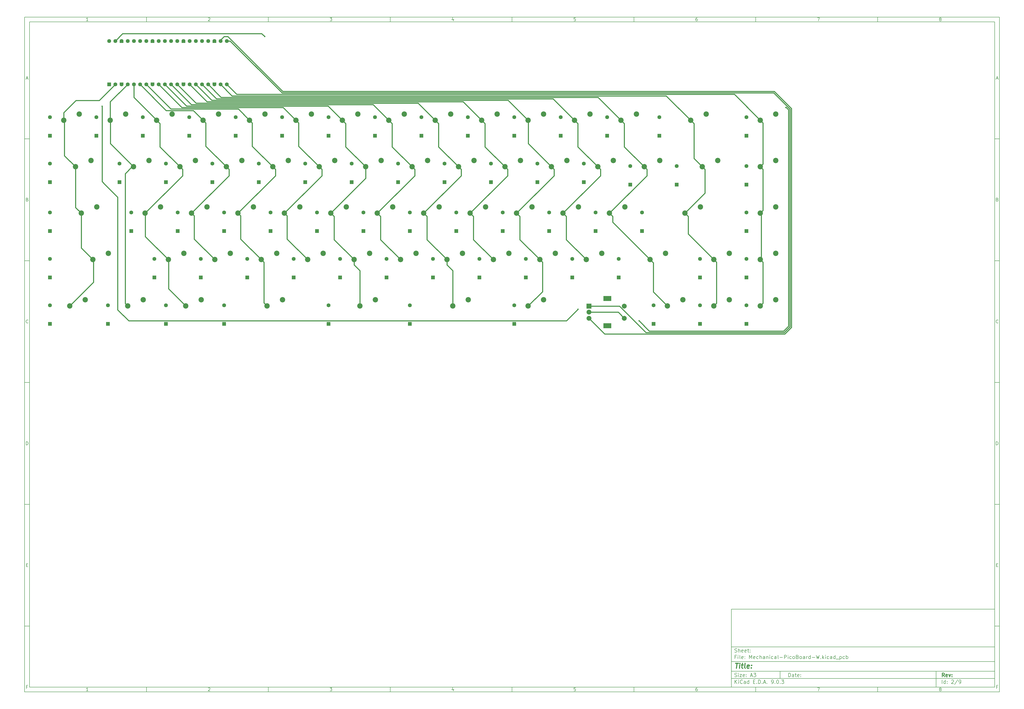
<source format=gbl>
%TF.GenerationSoftware,KiCad,Pcbnew,9.0.3*%
%TF.CreationDate,2025-07-17T14:52:48+05:30*%
%TF.ProjectId,Mechanical-PicoBoard-W,4d656368-616e-4696-9361-6c2d5069636f,rev?*%
%TF.SameCoordinates,Original*%
%TF.FileFunction,Copper,L2,Bot*%
%TF.FilePolarity,Positive*%
%FSLAX46Y46*%
G04 Gerber Fmt 4.6, Leading zero omitted, Abs format (unit mm)*
G04 Created by KiCad (PCBNEW 9.0.3) date 2025-07-17 14:52:48*
%MOMM*%
%LPD*%
G01*
G04 APERTURE LIST*
G04 Aperture macros list*
%AMRoundRect*
0 Rectangle with rounded corners*
0 $1 Rounding radius*
0 $2 $3 $4 $5 $6 $7 $8 $9 X,Y pos of 4 corners*
0 Add a 4 corners polygon primitive as box body*
4,1,4,$2,$3,$4,$5,$6,$7,$8,$9,$2,$3,0*
0 Add four circle primitives for the rounded corners*
1,1,$1+$1,$2,$3*
1,1,$1+$1,$4,$5*
1,1,$1+$1,$6,$7*
1,1,$1+$1,$8,$9*
0 Add four rect primitives between the rounded corners*
20,1,$1+$1,$2,$3,$4,$5,0*
20,1,$1+$1,$4,$5,$6,$7,0*
20,1,$1+$1,$6,$7,$8,$9,0*
20,1,$1+$1,$8,$9,$2,$3,0*%
%AMFreePoly0*
4,1,37,0.603843,0.796157,0.639018,0.796157,0.711114,0.766294,0.766294,0.711114,0.796157,0.639018,0.796157,0.603843,0.800000,0.600000,0.800000,-0.600000,0.796157,-0.603843,0.796157,-0.639018,0.766294,-0.711114,0.711114,-0.766294,0.639018,-0.796157,0.603843,-0.796157,0.600000,-0.800000,0.000000,-0.800000,0.000000,-0.796148,-0.078414,-0.796148,-0.232228,-0.765552,-0.377117,-0.705537,
-0.507515,-0.618408,-0.618408,-0.507515,-0.705537,-0.377117,-0.765552,-0.232228,-0.796148,-0.078414,-0.796148,0.078414,-0.765552,0.232228,-0.705537,0.377117,-0.618408,0.507515,-0.507515,0.618408,-0.377117,0.705537,-0.232228,0.765552,-0.078414,0.796148,0.000000,0.796148,0.000000,0.800000,0.600000,0.800000,0.603843,0.796157,0.603843,0.796157,$1*%
%AMFreePoly1*
4,1,37,0.000000,0.796148,0.078414,0.796148,0.232228,0.765552,0.377117,0.705537,0.507515,0.618408,0.618408,0.507515,0.705537,0.377117,0.765552,0.232228,0.796148,0.078414,0.796148,-0.078414,0.765552,-0.232228,0.705537,-0.377117,0.618408,-0.507515,0.507515,-0.618408,0.377117,-0.705537,0.232228,-0.765552,0.078414,-0.796148,0.000000,-0.796148,0.000000,-0.800000,-0.600000,-0.800000,
-0.603843,-0.796157,-0.639018,-0.796157,-0.711114,-0.766294,-0.766294,-0.711114,-0.796157,-0.639018,-0.796157,-0.603843,-0.800000,-0.600000,-0.800000,0.600000,-0.796157,0.603843,-0.796157,0.639018,-0.766294,0.711114,-0.711114,0.766294,-0.639018,0.796157,-0.603843,0.796157,-0.600000,0.800000,0.000000,0.800000,0.000000,0.796148,0.000000,0.796148,$1*%
G04 Aperture macros list end*
%ADD10C,0.100000*%
%ADD11C,0.150000*%
%ADD12C,0.300000*%
%ADD13C,0.400000*%
%TA.AperFunction,ComponentPad*%
%ADD14C,1.600000*%
%TD*%
%TA.AperFunction,ComponentPad*%
%ADD15RoundRect,0.250000X0.550000X-0.550000X0.550000X0.550000X-0.550000X0.550000X-0.550000X-0.550000X0*%
%TD*%
%TA.AperFunction,ComponentPad*%
%ADD16RoundRect,0.200000X0.600000X-0.600000X0.600000X0.600000X-0.600000X0.600000X-0.600000X-0.600000X0*%
%TD*%
%TA.AperFunction,ComponentPad*%
%ADD17FreePoly0,90.000000*%
%TD*%
%TA.AperFunction,ComponentPad*%
%ADD18FreePoly1,90.000000*%
%TD*%
%TA.AperFunction,ComponentPad*%
%ADD19C,2.200000*%
%TD*%
%TA.AperFunction,ComponentPad*%
%ADD20R,2.000000X2.000000*%
%TD*%
%TA.AperFunction,ComponentPad*%
%ADD21C,2.000000*%
%TD*%
%TA.AperFunction,ComponentPad*%
%ADD22R,3.200000X2.000000*%
%TD*%
%TA.AperFunction,ViaPad*%
%ADD23C,0.600000*%
%TD*%
%TA.AperFunction,Conductor*%
%ADD24C,0.400000*%
%TD*%
G04 APERTURE END LIST*
D10*
D11*
X299989000Y-253002200D02*
X407989000Y-253002200D01*
X407989000Y-285002200D01*
X299989000Y-285002200D01*
X299989000Y-253002200D01*
D10*
D11*
X10000000Y-10000000D02*
X409989000Y-10000000D01*
X409989000Y-287002200D01*
X10000000Y-287002200D01*
X10000000Y-10000000D01*
D10*
D11*
X12000000Y-12000000D02*
X407989000Y-12000000D01*
X407989000Y-285002200D01*
X12000000Y-285002200D01*
X12000000Y-12000000D01*
D10*
D11*
X60000000Y-12000000D02*
X60000000Y-10000000D01*
D10*
D11*
X110000000Y-12000000D02*
X110000000Y-10000000D01*
D10*
D11*
X160000000Y-12000000D02*
X160000000Y-10000000D01*
D10*
D11*
X210000000Y-12000000D02*
X210000000Y-10000000D01*
D10*
D11*
X260000000Y-12000000D02*
X260000000Y-10000000D01*
D10*
D11*
X310000000Y-12000000D02*
X310000000Y-10000000D01*
D10*
D11*
X360000000Y-12000000D02*
X360000000Y-10000000D01*
D10*
D11*
X36089160Y-11593604D02*
X35346303Y-11593604D01*
X35717731Y-11593604D02*
X35717731Y-10293604D01*
X35717731Y-10293604D02*
X35593922Y-10479319D01*
X35593922Y-10479319D02*
X35470112Y-10603128D01*
X35470112Y-10603128D02*
X35346303Y-10665033D01*
D10*
D11*
X85346303Y-10417414D02*
X85408207Y-10355509D01*
X85408207Y-10355509D02*
X85532017Y-10293604D01*
X85532017Y-10293604D02*
X85841541Y-10293604D01*
X85841541Y-10293604D02*
X85965350Y-10355509D01*
X85965350Y-10355509D02*
X86027255Y-10417414D01*
X86027255Y-10417414D02*
X86089160Y-10541223D01*
X86089160Y-10541223D02*
X86089160Y-10665033D01*
X86089160Y-10665033D02*
X86027255Y-10850747D01*
X86027255Y-10850747D02*
X85284398Y-11593604D01*
X85284398Y-11593604D02*
X86089160Y-11593604D01*
D10*
D11*
X135284398Y-10293604D02*
X136089160Y-10293604D01*
X136089160Y-10293604D02*
X135655826Y-10788842D01*
X135655826Y-10788842D02*
X135841541Y-10788842D01*
X135841541Y-10788842D02*
X135965350Y-10850747D01*
X135965350Y-10850747D02*
X136027255Y-10912652D01*
X136027255Y-10912652D02*
X136089160Y-11036461D01*
X136089160Y-11036461D02*
X136089160Y-11345985D01*
X136089160Y-11345985D02*
X136027255Y-11469795D01*
X136027255Y-11469795D02*
X135965350Y-11531700D01*
X135965350Y-11531700D02*
X135841541Y-11593604D01*
X135841541Y-11593604D02*
X135470112Y-11593604D01*
X135470112Y-11593604D02*
X135346303Y-11531700D01*
X135346303Y-11531700D02*
X135284398Y-11469795D01*
D10*
D11*
X185965350Y-10726938D02*
X185965350Y-11593604D01*
X185655826Y-10231700D02*
X185346303Y-11160271D01*
X185346303Y-11160271D02*
X186151064Y-11160271D01*
D10*
D11*
X236027255Y-10293604D02*
X235408207Y-10293604D01*
X235408207Y-10293604D02*
X235346303Y-10912652D01*
X235346303Y-10912652D02*
X235408207Y-10850747D01*
X235408207Y-10850747D02*
X235532017Y-10788842D01*
X235532017Y-10788842D02*
X235841541Y-10788842D01*
X235841541Y-10788842D02*
X235965350Y-10850747D01*
X235965350Y-10850747D02*
X236027255Y-10912652D01*
X236027255Y-10912652D02*
X236089160Y-11036461D01*
X236089160Y-11036461D02*
X236089160Y-11345985D01*
X236089160Y-11345985D02*
X236027255Y-11469795D01*
X236027255Y-11469795D02*
X235965350Y-11531700D01*
X235965350Y-11531700D02*
X235841541Y-11593604D01*
X235841541Y-11593604D02*
X235532017Y-11593604D01*
X235532017Y-11593604D02*
X235408207Y-11531700D01*
X235408207Y-11531700D02*
X235346303Y-11469795D01*
D10*
D11*
X285965350Y-10293604D02*
X285717731Y-10293604D01*
X285717731Y-10293604D02*
X285593922Y-10355509D01*
X285593922Y-10355509D02*
X285532017Y-10417414D01*
X285532017Y-10417414D02*
X285408207Y-10603128D01*
X285408207Y-10603128D02*
X285346303Y-10850747D01*
X285346303Y-10850747D02*
X285346303Y-11345985D01*
X285346303Y-11345985D02*
X285408207Y-11469795D01*
X285408207Y-11469795D02*
X285470112Y-11531700D01*
X285470112Y-11531700D02*
X285593922Y-11593604D01*
X285593922Y-11593604D02*
X285841541Y-11593604D01*
X285841541Y-11593604D02*
X285965350Y-11531700D01*
X285965350Y-11531700D02*
X286027255Y-11469795D01*
X286027255Y-11469795D02*
X286089160Y-11345985D01*
X286089160Y-11345985D02*
X286089160Y-11036461D01*
X286089160Y-11036461D02*
X286027255Y-10912652D01*
X286027255Y-10912652D02*
X285965350Y-10850747D01*
X285965350Y-10850747D02*
X285841541Y-10788842D01*
X285841541Y-10788842D02*
X285593922Y-10788842D01*
X285593922Y-10788842D02*
X285470112Y-10850747D01*
X285470112Y-10850747D02*
X285408207Y-10912652D01*
X285408207Y-10912652D02*
X285346303Y-11036461D01*
D10*
D11*
X335284398Y-10293604D02*
X336151064Y-10293604D01*
X336151064Y-10293604D02*
X335593922Y-11593604D01*
D10*
D11*
X385593922Y-10850747D02*
X385470112Y-10788842D01*
X385470112Y-10788842D02*
X385408207Y-10726938D01*
X385408207Y-10726938D02*
X385346303Y-10603128D01*
X385346303Y-10603128D02*
X385346303Y-10541223D01*
X385346303Y-10541223D02*
X385408207Y-10417414D01*
X385408207Y-10417414D02*
X385470112Y-10355509D01*
X385470112Y-10355509D02*
X385593922Y-10293604D01*
X385593922Y-10293604D02*
X385841541Y-10293604D01*
X385841541Y-10293604D02*
X385965350Y-10355509D01*
X385965350Y-10355509D02*
X386027255Y-10417414D01*
X386027255Y-10417414D02*
X386089160Y-10541223D01*
X386089160Y-10541223D02*
X386089160Y-10603128D01*
X386089160Y-10603128D02*
X386027255Y-10726938D01*
X386027255Y-10726938D02*
X385965350Y-10788842D01*
X385965350Y-10788842D02*
X385841541Y-10850747D01*
X385841541Y-10850747D02*
X385593922Y-10850747D01*
X385593922Y-10850747D02*
X385470112Y-10912652D01*
X385470112Y-10912652D02*
X385408207Y-10974557D01*
X385408207Y-10974557D02*
X385346303Y-11098366D01*
X385346303Y-11098366D02*
X385346303Y-11345985D01*
X385346303Y-11345985D02*
X385408207Y-11469795D01*
X385408207Y-11469795D02*
X385470112Y-11531700D01*
X385470112Y-11531700D02*
X385593922Y-11593604D01*
X385593922Y-11593604D02*
X385841541Y-11593604D01*
X385841541Y-11593604D02*
X385965350Y-11531700D01*
X385965350Y-11531700D02*
X386027255Y-11469795D01*
X386027255Y-11469795D02*
X386089160Y-11345985D01*
X386089160Y-11345985D02*
X386089160Y-11098366D01*
X386089160Y-11098366D02*
X386027255Y-10974557D01*
X386027255Y-10974557D02*
X385965350Y-10912652D01*
X385965350Y-10912652D02*
X385841541Y-10850747D01*
D10*
D11*
X60000000Y-285002200D02*
X60000000Y-287002200D01*
D10*
D11*
X110000000Y-285002200D02*
X110000000Y-287002200D01*
D10*
D11*
X160000000Y-285002200D02*
X160000000Y-287002200D01*
D10*
D11*
X210000000Y-285002200D02*
X210000000Y-287002200D01*
D10*
D11*
X260000000Y-285002200D02*
X260000000Y-287002200D01*
D10*
D11*
X310000000Y-285002200D02*
X310000000Y-287002200D01*
D10*
D11*
X360000000Y-285002200D02*
X360000000Y-287002200D01*
D10*
D11*
X36089160Y-286595804D02*
X35346303Y-286595804D01*
X35717731Y-286595804D02*
X35717731Y-285295804D01*
X35717731Y-285295804D02*
X35593922Y-285481519D01*
X35593922Y-285481519D02*
X35470112Y-285605328D01*
X35470112Y-285605328D02*
X35346303Y-285667233D01*
D10*
D11*
X85346303Y-285419614D02*
X85408207Y-285357709D01*
X85408207Y-285357709D02*
X85532017Y-285295804D01*
X85532017Y-285295804D02*
X85841541Y-285295804D01*
X85841541Y-285295804D02*
X85965350Y-285357709D01*
X85965350Y-285357709D02*
X86027255Y-285419614D01*
X86027255Y-285419614D02*
X86089160Y-285543423D01*
X86089160Y-285543423D02*
X86089160Y-285667233D01*
X86089160Y-285667233D02*
X86027255Y-285852947D01*
X86027255Y-285852947D02*
X85284398Y-286595804D01*
X85284398Y-286595804D02*
X86089160Y-286595804D01*
D10*
D11*
X135284398Y-285295804D02*
X136089160Y-285295804D01*
X136089160Y-285295804D02*
X135655826Y-285791042D01*
X135655826Y-285791042D02*
X135841541Y-285791042D01*
X135841541Y-285791042D02*
X135965350Y-285852947D01*
X135965350Y-285852947D02*
X136027255Y-285914852D01*
X136027255Y-285914852D02*
X136089160Y-286038661D01*
X136089160Y-286038661D02*
X136089160Y-286348185D01*
X136089160Y-286348185D02*
X136027255Y-286471995D01*
X136027255Y-286471995D02*
X135965350Y-286533900D01*
X135965350Y-286533900D02*
X135841541Y-286595804D01*
X135841541Y-286595804D02*
X135470112Y-286595804D01*
X135470112Y-286595804D02*
X135346303Y-286533900D01*
X135346303Y-286533900D02*
X135284398Y-286471995D01*
D10*
D11*
X185965350Y-285729138D02*
X185965350Y-286595804D01*
X185655826Y-285233900D02*
X185346303Y-286162471D01*
X185346303Y-286162471D02*
X186151064Y-286162471D01*
D10*
D11*
X236027255Y-285295804D02*
X235408207Y-285295804D01*
X235408207Y-285295804D02*
X235346303Y-285914852D01*
X235346303Y-285914852D02*
X235408207Y-285852947D01*
X235408207Y-285852947D02*
X235532017Y-285791042D01*
X235532017Y-285791042D02*
X235841541Y-285791042D01*
X235841541Y-285791042D02*
X235965350Y-285852947D01*
X235965350Y-285852947D02*
X236027255Y-285914852D01*
X236027255Y-285914852D02*
X236089160Y-286038661D01*
X236089160Y-286038661D02*
X236089160Y-286348185D01*
X236089160Y-286348185D02*
X236027255Y-286471995D01*
X236027255Y-286471995D02*
X235965350Y-286533900D01*
X235965350Y-286533900D02*
X235841541Y-286595804D01*
X235841541Y-286595804D02*
X235532017Y-286595804D01*
X235532017Y-286595804D02*
X235408207Y-286533900D01*
X235408207Y-286533900D02*
X235346303Y-286471995D01*
D10*
D11*
X285965350Y-285295804D02*
X285717731Y-285295804D01*
X285717731Y-285295804D02*
X285593922Y-285357709D01*
X285593922Y-285357709D02*
X285532017Y-285419614D01*
X285532017Y-285419614D02*
X285408207Y-285605328D01*
X285408207Y-285605328D02*
X285346303Y-285852947D01*
X285346303Y-285852947D02*
X285346303Y-286348185D01*
X285346303Y-286348185D02*
X285408207Y-286471995D01*
X285408207Y-286471995D02*
X285470112Y-286533900D01*
X285470112Y-286533900D02*
X285593922Y-286595804D01*
X285593922Y-286595804D02*
X285841541Y-286595804D01*
X285841541Y-286595804D02*
X285965350Y-286533900D01*
X285965350Y-286533900D02*
X286027255Y-286471995D01*
X286027255Y-286471995D02*
X286089160Y-286348185D01*
X286089160Y-286348185D02*
X286089160Y-286038661D01*
X286089160Y-286038661D02*
X286027255Y-285914852D01*
X286027255Y-285914852D02*
X285965350Y-285852947D01*
X285965350Y-285852947D02*
X285841541Y-285791042D01*
X285841541Y-285791042D02*
X285593922Y-285791042D01*
X285593922Y-285791042D02*
X285470112Y-285852947D01*
X285470112Y-285852947D02*
X285408207Y-285914852D01*
X285408207Y-285914852D02*
X285346303Y-286038661D01*
D10*
D11*
X335284398Y-285295804D02*
X336151064Y-285295804D01*
X336151064Y-285295804D02*
X335593922Y-286595804D01*
D10*
D11*
X385593922Y-285852947D02*
X385470112Y-285791042D01*
X385470112Y-285791042D02*
X385408207Y-285729138D01*
X385408207Y-285729138D02*
X385346303Y-285605328D01*
X385346303Y-285605328D02*
X385346303Y-285543423D01*
X385346303Y-285543423D02*
X385408207Y-285419614D01*
X385408207Y-285419614D02*
X385470112Y-285357709D01*
X385470112Y-285357709D02*
X385593922Y-285295804D01*
X385593922Y-285295804D02*
X385841541Y-285295804D01*
X385841541Y-285295804D02*
X385965350Y-285357709D01*
X385965350Y-285357709D02*
X386027255Y-285419614D01*
X386027255Y-285419614D02*
X386089160Y-285543423D01*
X386089160Y-285543423D02*
X386089160Y-285605328D01*
X386089160Y-285605328D02*
X386027255Y-285729138D01*
X386027255Y-285729138D02*
X385965350Y-285791042D01*
X385965350Y-285791042D02*
X385841541Y-285852947D01*
X385841541Y-285852947D02*
X385593922Y-285852947D01*
X385593922Y-285852947D02*
X385470112Y-285914852D01*
X385470112Y-285914852D02*
X385408207Y-285976757D01*
X385408207Y-285976757D02*
X385346303Y-286100566D01*
X385346303Y-286100566D02*
X385346303Y-286348185D01*
X385346303Y-286348185D02*
X385408207Y-286471995D01*
X385408207Y-286471995D02*
X385470112Y-286533900D01*
X385470112Y-286533900D02*
X385593922Y-286595804D01*
X385593922Y-286595804D02*
X385841541Y-286595804D01*
X385841541Y-286595804D02*
X385965350Y-286533900D01*
X385965350Y-286533900D02*
X386027255Y-286471995D01*
X386027255Y-286471995D02*
X386089160Y-286348185D01*
X386089160Y-286348185D02*
X386089160Y-286100566D01*
X386089160Y-286100566D02*
X386027255Y-285976757D01*
X386027255Y-285976757D02*
X385965350Y-285914852D01*
X385965350Y-285914852D02*
X385841541Y-285852947D01*
D10*
D11*
X10000000Y-60000000D02*
X12000000Y-60000000D01*
D10*
D11*
X10000000Y-110000000D02*
X12000000Y-110000000D01*
D10*
D11*
X10000000Y-160000000D02*
X12000000Y-160000000D01*
D10*
D11*
X10000000Y-210000000D02*
X12000000Y-210000000D01*
D10*
D11*
X10000000Y-260000000D02*
X12000000Y-260000000D01*
D10*
D11*
X10690476Y-35222176D02*
X11309523Y-35222176D01*
X10566666Y-35593604D02*
X10999999Y-34293604D01*
X10999999Y-34293604D02*
X11433333Y-35593604D01*
D10*
D11*
X11092857Y-84912652D02*
X11278571Y-84974557D01*
X11278571Y-84974557D02*
X11340476Y-85036461D01*
X11340476Y-85036461D02*
X11402380Y-85160271D01*
X11402380Y-85160271D02*
X11402380Y-85345985D01*
X11402380Y-85345985D02*
X11340476Y-85469795D01*
X11340476Y-85469795D02*
X11278571Y-85531700D01*
X11278571Y-85531700D02*
X11154761Y-85593604D01*
X11154761Y-85593604D02*
X10659523Y-85593604D01*
X10659523Y-85593604D02*
X10659523Y-84293604D01*
X10659523Y-84293604D02*
X11092857Y-84293604D01*
X11092857Y-84293604D02*
X11216666Y-84355509D01*
X11216666Y-84355509D02*
X11278571Y-84417414D01*
X11278571Y-84417414D02*
X11340476Y-84541223D01*
X11340476Y-84541223D02*
X11340476Y-84665033D01*
X11340476Y-84665033D02*
X11278571Y-84788842D01*
X11278571Y-84788842D02*
X11216666Y-84850747D01*
X11216666Y-84850747D02*
X11092857Y-84912652D01*
X11092857Y-84912652D02*
X10659523Y-84912652D01*
D10*
D11*
X11402380Y-135469795D02*
X11340476Y-135531700D01*
X11340476Y-135531700D02*
X11154761Y-135593604D01*
X11154761Y-135593604D02*
X11030952Y-135593604D01*
X11030952Y-135593604D02*
X10845238Y-135531700D01*
X10845238Y-135531700D02*
X10721428Y-135407890D01*
X10721428Y-135407890D02*
X10659523Y-135284080D01*
X10659523Y-135284080D02*
X10597619Y-135036461D01*
X10597619Y-135036461D02*
X10597619Y-134850747D01*
X10597619Y-134850747D02*
X10659523Y-134603128D01*
X10659523Y-134603128D02*
X10721428Y-134479319D01*
X10721428Y-134479319D02*
X10845238Y-134355509D01*
X10845238Y-134355509D02*
X11030952Y-134293604D01*
X11030952Y-134293604D02*
X11154761Y-134293604D01*
X11154761Y-134293604D02*
X11340476Y-134355509D01*
X11340476Y-134355509D02*
X11402380Y-134417414D01*
D10*
D11*
X10659523Y-185593604D02*
X10659523Y-184293604D01*
X10659523Y-184293604D02*
X10969047Y-184293604D01*
X10969047Y-184293604D02*
X11154761Y-184355509D01*
X11154761Y-184355509D02*
X11278571Y-184479319D01*
X11278571Y-184479319D02*
X11340476Y-184603128D01*
X11340476Y-184603128D02*
X11402380Y-184850747D01*
X11402380Y-184850747D02*
X11402380Y-185036461D01*
X11402380Y-185036461D02*
X11340476Y-185284080D01*
X11340476Y-185284080D02*
X11278571Y-185407890D01*
X11278571Y-185407890D02*
X11154761Y-185531700D01*
X11154761Y-185531700D02*
X10969047Y-185593604D01*
X10969047Y-185593604D02*
X10659523Y-185593604D01*
D10*
D11*
X10721428Y-234912652D02*
X11154762Y-234912652D01*
X11340476Y-235593604D02*
X10721428Y-235593604D01*
X10721428Y-235593604D02*
X10721428Y-234293604D01*
X10721428Y-234293604D02*
X11340476Y-234293604D01*
D10*
D11*
X11185714Y-284912652D02*
X10752380Y-284912652D01*
X10752380Y-285593604D02*
X10752380Y-284293604D01*
X10752380Y-284293604D02*
X11371428Y-284293604D01*
D10*
D11*
X409989000Y-60000000D02*
X407989000Y-60000000D01*
D10*
D11*
X409989000Y-110000000D02*
X407989000Y-110000000D01*
D10*
D11*
X409989000Y-160000000D02*
X407989000Y-160000000D01*
D10*
D11*
X409989000Y-210000000D02*
X407989000Y-210000000D01*
D10*
D11*
X409989000Y-260000000D02*
X407989000Y-260000000D01*
D10*
D11*
X408679476Y-35222176D02*
X409298523Y-35222176D01*
X408555666Y-35593604D02*
X408988999Y-34293604D01*
X408988999Y-34293604D02*
X409422333Y-35593604D01*
D10*
D11*
X409081857Y-84912652D02*
X409267571Y-84974557D01*
X409267571Y-84974557D02*
X409329476Y-85036461D01*
X409329476Y-85036461D02*
X409391380Y-85160271D01*
X409391380Y-85160271D02*
X409391380Y-85345985D01*
X409391380Y-85345985D02*
X409329476Y-85469795D01*
X409329476Y-85469795D02*
X409267571Y-85531700D01*
X409267571Y-85531700D02*
X409143761Y-85593604D01*
X409143761Y-85593604D02*
X408648523Y-85593604D01*
X408648523Y-85593604D02*
X408648523Y-84293604D01*
X408648523Y-84293604D02*
X409081857Y-84293604D01*
X409081857Y-84293604D02*
X409205666Y-84355509D01*
X409205666Y-84355509D02*
X409267571Y-84417414D01*
X409267571Y-84417414D02*
X409329476Y-84541223D01*
X409329476Y-84541223D02*
X409329476Y-84665033D01*
X409329476Y-84665033D02*
X409267571Y-84788842D01*
X409267571Y-84788842D02*
X409205666Y-84850747D01*
X409205666Y-84850747D02*
X409081857Y-84912652D01*
X409081857Y-84912652D02*
X408648523Y-84912652D01*
D10*
D11*
X409391380Y-135469795D02*
X409329476Y-135531700D01*
X409329476Y-135531700D02*
X409143761Y-135593604D01*
X409143761Y-135593604D02*
X409019952Y-135593604D01*
X409019952Y-135593604D02*
X408834238Y-135531700D01*
X408834238Y-135531700D02*
X408710428Y-135407890D01*
X408710428Y-135407890D02*
X408648523Y-135284080D01*
X408648523Y-135284080D02*
X408586619Y-135036461D01*
X408586619Y-135036461D02*
X408586619Y-134850747D01*
X408586619Y-134850747D02*
X408648523Y-134603128D01*
X408648523Y-134603128D02*
X408710428Y-134479319D01*
X408710428Y-134479319D02*
X408834238Y-134355509D01*
X408834238Y-134355509D02*
X409019952Y-134293604D01*
X409019952Y-134293604D02*
X409143761Y-134293604D01*
X409143761Y-134293604D02*
X409329476Y-134355509D01*
X409329476Y-134355509D02*
X409391380Y-134417414D01*
D10*
D11*
X408648523Y-185593604D02*
X408648523Y-184293604D01*
X408648523Y-184293604D02*
X408958047Y-184293604D01*
X408958047Y-184293604D02*
X409143761Y-184355509D01*
X409143761Y-184355509D02*
X409267571Y-184479319D01*
X409267571Y-184479319D02*
X409329476Y-184603128D01*
X409329476Y-184603128D02*
X409391380Y-184850747D01*
X409391380Y-184850747D02*
X409391380Y-185036461D01*
X409391380Y-185036461D02*
X409329476Y-185284080D01*
X409329476Y-185284080D02*
X409267571Y-185407890D01*
X409267571Y-185407890D02*
X409143761Y-185531700D01*
X409143761Y-185531700D02*
X408958047Y-185593604D01*
X408958047Y-185593604D02*
X408648523Y-185593604D01*
D10*
D11*
X408710428Y-234912652D02*
X409143762Y-234912652D01*
X409329476Y-235593604D02*
X408710428Y-235593604D01*
X408710428Y-235593604D02*
X408710428Y-234293604D01*
X408710428Y-234293604D02*
X409329476Y-234293604D01*
D10*
D11*
X409174714Y-284912652D02*
X408741380Y-284912652D01*
X408741380Y-285593604D02*
X408741380Y-284293604D01*
X408741380Y-284293604D02*
X409360428Y-284293604D01*
D10*
D11*
X323444826Y-280788328D02*
X323444826Y-279288328D01*
X323444826Y-279288328D02*
X323801969Y-279288328D01*
X323801969Y-279288328D02*
X324016255Y-279359757D01*
X324016255Y-279359757D02*
X324159112Y-279502614D01*
X324159112Y-279502614D02*
X324230541Y-279645471D01*
X324230541Y-279645471D02*
X324301969Y-279931185D01*
X324301969Y-279931185D02*
X324301969Y-280145471D01*
X324301969Y-280145471D02*
X324230541Y-280431185D01*
X324230541Y-280431185D02*
X324159112Y-280574042D01*
X324159112Y-280574042D02*
X324016255Y-280716900D01*
X324016255Y-280716900D02*
X323801969Y-280788328D01*
X323801969Y-280788328D02*
X323444826Y-280788328D01*
X325587684Y-280788328D02*
X325587684Y-280002614D01*
X325587684Y-280002614D02*
X325516255Y-279859757D01*
X325516255Y-279859757D02*
X325373398Y-279788328D01*
X325373398Y-279788328D02*
X325087684Y-279788328D01*
X325087684Y-279788328D02*
X324944826Y-279859757D01*
X325587684Y-280716900D02*
X325444826Y-280788328D01*
X325444826Y-280788328D02*
X325087684Y-280788328D01*
X325087684Y-280788328D02*
X324944826Y-280716900D01*
X324944826Y-280716900D02*
X324873398Y-280574042D01*
X324873398Y-280574042D02*
X324873398Y-280431185D01*
X324873398Y-280431185D02*
X324944826Y-280288328D01*
X324944826Y-280288328D02*
X325087684Y-280216900D01*
X325087684Y-280216900D02*
X325444826Y-280216900D01*
X325444826Y-280216900D02*
X325587684Y-280145471D01*
X326087684Y-279788328D02*
X326659112Y-279788328D01*
X326301969Y-279288328D02*
X326301969Y-280574042D01*
X326301969Y-280574042D02*
X326373398Y-280716900D01*
X326373398Y-280716900D02*
X326516255Y-280788328D01*
X326516255Y-280788328D02*
X326659112Y-280788328D01*
X327730541Y-280716900D02*
X327587684Y-280788328D01*
X327587684Y-280788328D02*
X327301970Y-280788328D01*
X327301970Y-280788328D02*
X327159112Y-280716900D01*
X327159112Y-280716900D02*
X327087684Y-280574042D01*
X327087684Y-280574042D02*
X327087684Y-280002614D01*
X327087684Y-280002614D02*
X327159112Y-279859757D01*
X327159112Y-279859757D02*
X327301970Y-279788328D01*
X327301970Y-279788328D02*
X327587684Y-279788328D01*
X327587684Y-279788328D02*
X327730541Y-279859757D01*
X327730541Y-279859757D02*
X327801970Y-280002614D01*
X327801970Y-280002614D02*
X327801970Y-280145471D01*
X327801970Y-280145471D02*
X327087684Y-280288328D01*
X328444826Y-280645471D02*
X328516255Y-280716900D01*
X328516255Y-280716900D02*
X328444826Y-280788328D01*
X328444826Y-280788328D02*
X328373398Y-280716900D01*
X328373398Y-280716900D02*
X328444826Y-280645471D01*
X328444826Y-280645471D02*
X328444826Y-280788328D01*
X328444826Y-279859757D02*
X328516255Y-279931185D01*
X328516255Y-279931185D02*
X328444826Y-280002614D01*
X328444826Y-280002614D02*
X328373398Y-279931185D01*
X328373398Y-279931185D02*
X328444826Y-279859757D01*
X328444826Y-279859757D02*
X328444826Y-280002614D01*
D10*
D11*
X299989000Y-281502200D02*
X407989000Y-281502200D01*
D10*
D11*
X301444826Y-283588328D02*
X301444826Y-282088328D01*
X302301969Y-283588328D02*
X301659112Y-282731185D01*
X302301969Y-282088328D02*
X301444826Y-282945471D01*
X302944826Y-283588328D02*
X302944826Y-282588328D01*
X302944826Y-282088328D02*
X302873398Y-282159757D01*
X302873398Y-282159757D02*
X302944826Y-282231185D01*
X302944826Y-282231185D02*
X303016255Y-282159757D01*
X303016255Y-282159757D02*
X302944826Y-282088328D01*
X302944826Y-282088328D02*
X302944826Y-282231185D01*
X304516255Y-283445471D02*
X304444827Y-283516900D01*
X304444827Y-283516900D02*
X304230541Y-283588328D01*
X304230541Y-283588328D02*
X304087684Y-283588328D01*
X304087684Y-283588328D02*
X303873398Y-283516900D01*
X303873398Y-283516900D02*
X303730541Y-283374042D01*
X303730541Y-283374042D02*
X303659112Y-283231185D01*
X303659112Y-283231185D02*
X303587684Y-282945471D01*
X303587684Y-282945471D02*
X303587684Y-282731185D01*
X303587684Y-282731185D02*
X303659112Y-282445471D01*
X303659112Y-282445471D02*
X303730541Y-282302614D01*
X303730541Y-282302614D02*
X303873398Y-282159757D01*
X303873398Y-282159757D02*
X304087684Y-282088328D01*
X304087684Y-282088328D02*
X304230541Y-282088328D01*
X304230541Y-282088328D02*
X304444827Y-282159757D01*
X304444827Y-282159757D02*
X304516255Y-282231185D01*
X305801970Y-283588328D02*
X305801970Y-282802614D01*
X305801970Y-282802614D02*
X305730541Y-282659757D01*
X305730541Y-282659757D02*
X305587684Y-282588328D01*
X305587684Y-282588328D02*
X305301970Y-282588328D01*
X305301970Y-282588328D02*
X305159112Y-282659757D01*
X305801970Y-283516900D02*
X305659112Y-283588328D01*
X305659112Y-283588328D02*
X305301970Y-283588328D01*
X305301970Y-283588328D02*
X305159112Y-283516900D01*
X305159112Y-283516900D02*
X305087684Y-283374042D01*
X305087684Y-283374042D02*
X305087684Y-283231185D01*
X305087684Y-283231185D02*
X305159112Y-283088328D01*
X305159112Y-283088328D02*
X305301970Y-283016900D01*
X305301970Y-283016900D02*
X305659112Y-283016900D01*
X305659112Y-283016900D02*
X305801970Y-282945471D01*
X307159113Y-283588328D02*
X307159113Y-282088328D01*
X307159113Y-283516900D02*
X307016255Y-283588328D01*
X307016255Y-283588328D02*
X306730541Y-283588328D01*
X306730541Y-283588328D02*
X306587684Y-283516900D01*
X306587684Y-283516900D02*
X306516255Y-283445471D01*
X306516255Y-283445471D02*
X306444827Y-283302614D01*
X306444827Y-283302614D02*
X306444827Y-282874042D01*
X306444827Y-282874042D02*
X306516255Y-282731185D01*
X306516255Y-282731185D02*
X306587684Y-282659757D01*
X306587684Y-282659757D02*
X306730541Y-282588328D01*
X306730541Y-282588328D02*
X307016255Y-282588328D01*
X307016255Y-282588328D02*
X307159113Y-282659757D01*
X309016255Y-282802614D02*
X309516255Y-282802614D01*
X309730541Y-283588328D02*
X309016255Y-283588328D01*
X309016255Y-283588328D02*
X309016255Y-282088328D01*
X309016255Y-282088328D02*
X309730541Y-282088328D01*
X310373398Y-283445471D02*
X310444827Y-283516900D01*
X310444827Y-283516900D02*
X310373398Y-283588328D01*
X310373398Y-283588328D02*
X310301970Y-283516900D01*
X310301970Y-283516900D02*
X310373398Y-283445471D01*
X310373398Y-283445471D02*
X310373398Y-283588328D01*
X311087684Y-283588328D02*
X311087684Y-282088328D01*
X311087684Y-282088328D02*
X311444827Y-282088328D01*
X311444827Y-282088328D02*
X311659113Y-282159757D01*
X311659113Y-282159757D02*
X311801970Y-282302614D01*
X311801970Y-282302614D02*
X311873399Y-282445471D01*
X311873399Y-282445471D02*
X311944827Y-282731185D01*
X311944827Y-282731185D02*
X311944827Y-282945471D01*
X311944827Y-282945471D02*
X311873399Y-283231185D01*
X311873399Y-283231185D02*
X311801970Y-283374042D01*
X311801970Y-283374042D02*
X311659113Y-283516900D01*
X311659113Y-283516900D02*
X311444827Y-283588328D01*
X311444827Y-283588328D02*
X311087684Y-283588328D01*
X312587684Y-283445471D02*
X312659113Y-283516900D01*
X312659113Y-283516900D02*
X312587684Y-283588328D01*
X312587684Y-283588328D02*
X312516256Y-283516900D01*
X312516256Y-283516900D02*
X312587684Y-283445471D01*
X312587684Y-283445471D02*
X312587684Y-283588328D01*
X313230542Y-283159757D02*
X313944828Y-283159757D01*
X313087685Y-283588328D02*
X313587685Y-282088328D01*
X313587685Y-282088328D02*
X314087685Y-283588328D01*
X314587684Y-283445471D02*
X314659113Y-283516900D01*
X314659113Y-283516900D02*
X314587684Y-283588328D01*
X314587684Y-283588328D02*
X314516256Y-283516900D01*
X314516256Y-283516900D02*
X314587684Y-283445471D01*
X314587684Y-283445471D02*
X314587684Y-283588328D01*
X316516256Y-283588328D02*
X316801970Y-283588328D01*
X316801970Y-283588328D02*
X316944827Y-283516900D01*
X316944827Y-283516900D02*
X317016256Y-283445471D01*
X317016256Y-283445471D02*
X317159113Y-283231185D01*
X317159113Y-283231185D02*
X317230542Y-282945471D01*
X317230542Y-282945471D02*
X317230542Y-282374042D01*
X317230542Y-282374042D02*
X317159113Y-282231185D01*
X317159113Y-282231185D02*
X317087685Y-282159757D01*
X317087685Y-282159757D02*
X316944827Y-282088328D01*
X316944827Y-282088328D02*
X316659113Y-282088328D01*
X316659113Y-282088328D02*
X316516256Y-282159757D01*
X316516256Y-282159757D02*
X316444827Y-282231185D01*
X316444827Y-282231185D02*
X316373399Y-282374042D01*
X316373399Y-282374042D02*
X316373399Y-282731185D01*
X316373399Y-282731185D02*
X316444827Y-282874042D01*
X316444827Y-282874042D02*
X316516256Y-282945471D01*
X316516256Y-282945471D02*
X316659113Y-283016900D01*
X316659113Y-283016900D02*
X316944827Y-283016900D01*
X316944827Y-283016900D02*
X317087685Y-282945471D01*
X317087685Y-282945471D02*
X317159113Y-282874042D01*
X317159113Y-282874042D02*
X317230542Y-282731185D01*
X317873398Y-283445471D02*
X317944827Y-283516900D01*
X317944827Y-283516900D02*
X317873398Y-283588328D01*
X317873398Y-283588328D02*
X317801970Y-283516900D01*
X317801970Y-283516900D02*
X317873398Y-283445471D01*
X317873398Y-283445471D02*
X317873398Y-283588328D01*
X318873399Y-282088328D02*
X319016256Y-282088328D01*
X319016256Y-282088328D02*
X319159113Y-282159757D01*
X319159113Y-282159757D02*
X319230542Y-282231185D01*
X319230542Y-282231185D02*
X319301970Y-282374042D01*
X319301970Y-282374042D02*
X319373399Y-282659757D01*
X319373399Y-282659757D02*
X319373399Y-283016900D01*
X319373399Y-283016900D02*
X319301970Y-283302614D01*
X319301970Y-283302614D02*
X319230542Y-283445471D01*
X319230542Y-283445471D02*
X319159113Y-283516900D01*
X319159113Y-283516900D02*
X319016256Y-283588328D01*
X319016256Y-283588328D02*
X318873399Y-283588328D01*
X318873399Y-283588328D02*
X318730542Y-283516900D01*
X318730542Y-283516900D02*
X318659113Y-283445471D01*
X318659113Y-283445471D02*
X318587684Y-283302614D01*
X318587684Y-283302614D02*
X318516256Y-283016900D01*
X318516256Y-283016900D02*
X318516256Y-282659757D01*
X318516256Y-282659757D02*
X318587684Y-282374042D01*
X318587684Y-282374042D02*
X318659113Y-282231185D01*
X318659113Y-282231185D02*
X318730542Y-282159757D01*
X318730542Y-282159757D02*
X318873399Y-282088328D01*
X320016255Y-283445471D02*
X320087684Y-283516900D01*
X320087684Y-283516900D02*
X320016255Y-283588328D01*
X320016255Y-283588328D02*
X319944827Y-283516900D01*
X319944827Y-283516900D02*
X320016255Y-283445471D01*
X320016255Y-283445471D02*
X320016255Y-283588328D01*
X320587684Y-282088328D02*
X321516256Y-282088328D01*
X321516256Y-282088328D02*
X321016256Y-282659757D01*
X321016256Y-282659757D02*
X321230541Y-282659757D01*
X321230541Y-282659757D02*
X321373399Y-282731185D01*
X321373399Y-282731185D02*
X321444827Y-282802614D01*
X321444827Y-282802614D02*
X321516256Y-282945471D01*
X321516256Y-282945471D02*
X321516256Y-283302614D01*
X321516256Y-283302614D02*
X321444827Y-283445471D01*
X321444827Y-283445471D02*
X321373399Y-283516900D01*
X321373399Y-283516900D02*
X321230541Y-283588328D01*
X321230541Y-283588328D02*
X320801970Y-283588328D01*
X320801970Y-283588328D02*
X320659113Y-283516900D01*
X320659113Y-283516900D02*
X320587684Y-283445471D01*
D10*
D11*
X299989000Y-278502200D02*
X407989000Y-278502200D01*
D10*
D12*
X387400653Y-280780528D02*
X386900653Y-280066242D01*
X386543510Y-280780528D02*
X386543510Y-279280528D01*
X386543510Y-279280528D02*
X387114939Y-279280528D01*
X387114939Y-279280528D02*
X387257796Y-279351957D01*
X387257796Y-279351957D02*
X387329225Y-279423385D01*
X387329225Y-279423385D02*
X387400653Y-279566242D01*
X387400653Y-279566242D02*
X387400653Y-279780528D01*
X387400653Y-279780528D02*
X387329225Y-279923385D01*
X387329225Y-279923385D02*
X387257796Y-279994814D01*
X387257796Y-279994814D02*
X387114939Y-280066242D01*
X387114939Y-280066242D02*
X386543510Y-280066242D01*
X388614939Y-280709100D02*
X388472082Y-280780528D01*
X388472082Y-280780528D02*
X388186368Y-280780528D01*
X388186368Y-280780528D02*
X388043510Y-280709100D01*
X388043510Y-280709100D02*
X387972082Y-280566242D01*
X387972082Y-280566242D02*
X387972082Y-279994814D01*
X387972082Y-279994814D02*
X388043510Y-279851957D01*
X388043510Y-279851957D02*
X388186368Y-279780528D01*
X388186368Y-279780528D02*
X388472082Y-279780528D01*
X388472082Y-279780528D02*
X388614939Y-279851957D01*
X388614939Y-279851957D02*
X388686368Y-279994814D01*
X388686368Y-279994814D02*
X388686368Y-280137671D01*
X388686368Y-280137671D02*
X387972082Y-280280528D01*
X389186367Y-279780528D02*
X389543510Y-280780528D01*
X389543510Y-280780528D02*
X389900653Y-279780528D01*
X390472081Y-280637671D02*
X390543510Y-280709100D01*
X390543510Y-280709100D02*
X390472081Y-280780528D01*
X390472081Y-280780528D02*
X390400653Y-280709100D01*
X390400653Y-280709100D02*
X390472081Y-280637671D01*
X390472081Y-280637671D02*
X390472081Y-280780528D01*
X390472081Y-279851957D02*
X390543510Y-279923385D01*
X390543510Y-279923385D02*
X390472081Y-279994814D01*
X390472081Y-279994814D02*
X390400653Y-279923385D01*
X390400653Y-279923385D02*
X390472081Y-279851957D01*
X390472081Y-279851957D02*
X390472081Y-279994814D01*
D10*
D11*
X301373398Y-280716900D02*
X301587684Y-280788328D01*
X301587684Y-280788328D02*
X301944826Y-280788328D01*
X301944826Y-280788328D02*
X302087684Y-280716900D01*
X302087684Y-280716900D02*
X302159112Y-280645471D01*
X302159112Y-280645471D02*
X302230541Y-280502614D01*
X302230541Y-280502614D02*
X302230541Y-280359757D01*
X302230541Y-280359757D02*
X302159112Y-280216900D01*
X302159112Y-280216900D02*
X302087684Y-280145471D01*
X302087684Y-280145471D02*
X301944826Y-280074042D01*
X301944826Y-280074042D02*
X301659112Y-280002614D01*
X301659112Y-280002614D02*
X301516255Y-279931185D01*
X301516255Y-279931185D02*
X301444826Y-279859757D01*
X301444826Y-279859757D02*
X301373398Y-279716900D01*
X301373398Y-279716900D02*
X301373398Y-279574042D01*
X301373398Y-279574042D02*
X301444826Y-279431185D01*
X301444826Y-279431185D02*
X301516255Y-279359757D01*
X301516255Y-279359757D02*
X301659112Y-279288328D01*
X301659112Y-279288328D02*
X302016255Y-279288328D01*
X302016255Y-279288328D02*
X302230541Y-279359757D01*
X302873397Y-280788328D02*
X302873397Y-279788328D01*
X302873397Y-279288328D02*
X302801969Y-279359757D01*
X302801969Y-279359757D02*
X302873397Y-279431185D01*
X302873397Y-279431185D02*
X302944826Y-279359757D01*
X302944826Y-279359757D02*
X302873397Y-279288328D01*
X302873397Y-279288328D02*
X302873397Y-279431185D01*
X303444826Y-279788328D02*
X304230541Y-279788328D01*
X304230541Y-279788328D02*
X303444826Y-280788328D01*
X303444826Y-280788328D02*
X304230541Y-280788328D01*
X305373398Y-280716900D02*
X305230541Y-280788328D01*
X305230541Y-280788328D02*
X304944827Y-280788328D01*
X304944827Y-280788328D02*
X304801969Y-280716900D01*
X304801969Y-280716900D02*
X304730541Y-280574042D01*
X304730541Y-280574042D02*
X304730541Y-280002614D01*
X304730541Y-280002614D02*
X304801969Y-279859757D01*
X304801969Y-279859757D02*
X304944827Y-279788328D01*
X304944827Y-279788328D02*
X305230541Y-279788328D01*
X305230541Y-279788328D02*
X305373398Y-279859757D01*
X305373398Y-279859757D02*
X305444827Y-280002614D01*
X305444827Y-280002614D02*
X305444827Y-280145471D01*
X305444827Y-280145471D02*
X304730541Y-280288328D01*
X306087683Y-280645471D02*
X306159112Y-280716900D01*
X306159112Y-280716900D02*
X306087683Y-280788328D01*
X306087683Y-280788328D02*
X306016255Y-280716900D01*
X306016255Y-280716900D02*
X306087683Y-280645471D01*
X306087683Y-280645471D02*
X306087683Y-280788328D01*
X306087683Y-279859757D02*
X306159112Y-279931185D01*
X306159112Y-279931185D02*
X306087683Y-280002614D01*
X306087683Y-280002614D02*
X306016255Y-279931185D01*
X306016255Y-279931185D02*
X306087683Y-279859757D01*
X306087683Y-279859757D02*
X306087683Y-280002614D01*
X307873398Y-280359757D02*
X308587684Y-280359757D01*
X307730541Y-280788328D02*
X308230541Y-279288328D01*
X308230541Y-279288328D02*
X308730541Y-280788328D01*
X309087683Y-279288328D02*
X310016255Y-279288328D01*
X310016255Y-279288328D02*
X309516255Y-279859757D01*
X309516255Y-279859757D02*
X309730540Y-279859757D01*
X309730540Y-279859757D02*
X309873398Y-279931185D01*
X309873398Y-279931185D02*
X309944826Y-280002614D01*
X309944826Y-280002614D02*
X310016255Y-280145471D01*
X310016255Y-280145471D02*
X310016255Y-280502614D01*
X310016255Y-280502614D02*
X309944826Y-280645471D01*
X309944826Y-280645471D02*
X309873398Y-280716900D01*
X309873398Y-280716900D02*
X309730540Y-280788328D01*
X309730540Y-280788328D02*
X309301969Y-280788328D01*
X309301969Y-280788328D02*
X309159112Y-280716900D01*
X309159112Y-280716900D02*
X309087683Y-280645471D01*
D10*
D11*
X386444826Y-283588328D02*
X386444826Y-282088328D01*
X387801970Y-283588328D02*
X387801970Y-282088328D01*
X387801970Y-283516900D02*
X387659112Y-283588328D01*
X387659112Y-283588328D02*
X387373398Y-283588328D01*
X387373398Y-283588328D02*
X387230541Y-283516900D01*
X387230541Y-283516900D02*
X387159112Y-283445471D01*
X387159112Y-283445471D02*
X387087684Y-283302614D01*
X387087684Y-283302614D02*
X387087684Y-282874042D01*
X387087684Y-282874042D02*
X387159112Y-282731185D01*
X387159112Y-282731185D02*
X387230541Y-282659757D01*
X387230541Y-282659757D02*
X387373398Y-282588328D01*
X387373398Y-282588328D02*
X387659112Y-282588328D01*
X387659112Y-282588328D02*
X387801970Y-282659757D01*
X388516255Y-283445471D02*
X388587684Y-283516900D01*
X388587684Y-283516900D02*
X388516255Y-283588328D01*
X388516255Y-283588328D02*
X388444827Y-283516900D01*
X388444827Y-283516900D02*
X388516255Y-283445471D01*
X388516255Y-283445471D02*
X388516255Y-283588328D01*
X388516255Y-282659757D02*
X388587684Y-282731185D01*
X388587684Y-282731185D02*
X388516255Y-282802614D01*
X388516255Y-282802614D02*
X388444827Y-282731185D01*
X388444827Y-282731185D02*
X388516255Y-282659757D01*
X388516255Y-282659757D02*
X388516255Y-282802614D01*
X390301970Y-282231185D02*
X390373398Y-282159757D01*
X390373398Y-282159757D02*
X390516256Y-282088328D01*
X390516256Y-282088328D02*
X390873398Y-282088328D01*
X390873398Y-282088328D02*
X391016256Y-282159757D01*
X391016256Y-282159757D02*
X391087684Y-282231185D01*
X391087684Y-282231185D02*
X391159113Y-282374042D01*
X391159113Y-282374042D02*
X391159113Y-282516900D01*
X391159113Y-282516900D02*
X391087684Y-282731185D01*
X391087684Y-282731185D02*
X390230541Y-283588328D01*
X390230541Y-283588328D02*
X391159113Y-283588328D01*
X392873398Y-282016900D02*
X391587684Y-283945471D01*
X393444827Y-283588328D02*
X393730541Y-283588328D01*
X393730541Y-283588328D02*
X393873398Y-283516900D01*
X393873398Y-283516900D02*
X393944827Y-283445471D01*
X393944827Y-283445471D02*
X394087684Y-283231185D01*
X394087684Y-283231185D02*
X394159113Y-282945471D01*
X394159113Y-282945471D02*
X394159113Y-282374042D01*
X394159113Y-282374042D02*
X394087684Y-282231185D01*
X394087684Y-282231185D02*
X394016256Y-282159757D01*
X394016256Y-282159757D02*
X393873398Y-282088328D01*
X393873398Y-282088328D02*
X393587684Y-282088328D01*
X393587684Y-282088328D02*
X393444827Y-282159757D01*
X393444827Y-282159757D02*
X393373398Y-282231185D01*
X393373398Y-282231185D02*
X393301970Y-282374042D01*
X393301970Y-282374042D02*
X393301970Y-282731185D01*
X393301970Y-282731185D02*
X393373398Y-282874042D01*
X393373398Y-282874042D02*
X393444827Y-282945471D01*
X393444827Y-282945471D02*
X393587684Y-283016900D01*
X393587684Y-283016900D02*
X393873398Y-283016900D01*
X393873398Y-283016900D02*
X394016256Y-282945471D01*
X394016256Y-282945471D02*
X394087684Y-282874042D01*
X394087684Y-282874042D02*
X394159113Y-282731185D01*
D10*
D11*
X299989000Y-274502200D02*
X407989000Y-274502200D01*
D10*
D13*
X301680728Y-275206638D02*
X302823585Y-275206638D01*
X302002157Y-277206638D02*
X302252157Y-275206638D01*
X303240252Y-277206638D02*
X303406919Y-275873304D01*
X303490252Y-275206638D02*
X303383109Y-275301876D01*
X303383109Y-275301876D02*
X303466443Y-275397114D01*
X303466443Y-275397114D02*
X303573586Y-275301876D01*
X303573586Y-275301876D02*
X303490252Y-275206638D01*
X303490252Y-275206638D02*
X303466443Y-275397114D01*
X304073586Y-275873304D02*
X304835490Y-275873304D01*
X304442633Y-275206638D02*
X304228348Y-276920923D01*
X304228348Y-276920923D02*
X304299776Y-277111400D01*
X304299776Y-277111400D02*
X304478348Y-277206638D01*
X304478348Y-277206638D02*
X304668824Y-277206638D01*
X305621205Y-277206638D02*
X305442633Y-277111400D01*
X305442633Y-277111400D02*
X305371205Y-276920923D01*
X305371205Y-276920923D02*
X305585490Y-275206638D01*
X307156919Y-277111400D02*
X306954538Y-277206638D01*
X306954538Y-277206638D02*
X306573585Y-277206638D01*
X306573585Y-277206638D02*
X306395014Y-277111400D01*
X306395014Y-277111400D02*
X306323585Y-276920923D01*
X306323585Y-276920923D02*
X306418824Y-276159019D01*
X306418824Y-276159019D02*
X306537871Y-275968542D01*
X306537871Y-275968542D02*
X306740252Y-275873304D01*
X306740252Y-275873304D02*
X307121204Y-275873304D01*
X307121204Y-275873304D02*
X307299776Y-275968542D01*
X307299776Y-275968542D02*
X307371204Y-276159019D01*
X307371204Y-276159019D02*
X307347395Y-276349495D01*
X307347395Y-276349495D02*
X306371204Y-276539971D01*
X308121205Y-277016161D02*
X308204538Y-277111400D01*
X308204538Y-277111400D02*
X308097395Y-277206638D01*
X308097395Y-277206638D02*
X308014062Y-277111400D01*
X308014062Y-277111400D02*
X308121205Y-277016161D01*
X308121205Y-277016161D02*
X308097395Y-277206638D01*
X308252157Y-275968542D02*
X308335490Y-276063780D01*
X308335490Y-276063780D02*
X308228348Y-276159019D01*
X308228348Y-276159019D02*
X308145014Y-276063780D01*
X308145014Y-276063780D02*
X308252157Y-275968542D01*
X308252157Y-275968542D02*
X308228348Y-276159019D01*
D10*
D11*
X301944826Y-272602614D02*
X301444826Y-272602614D01*
X301444826Y-273388328D02*
X301444826Y-271888328D01*
X301444826Y-271888328D02*
X302159112Y-271888328D01*
X302730540Y-273388328D02*
X302730540Y-272388328D01*
X302730540Y-271888328D02*
X302659112Y-271959757D01*
X302659112Y-271959757D02*
X302730540Y-272031185D01*
X302730540Y-272031185D02*
X302801969Y-271959757D01*
X302801969Y-271959757D02*
X302730540Y-271888328D01*
X302730540Y-271888328D02*
X302730540Y-272031185D01*
X303659112Y-273388328D02*
X303516255Y-273316900D01*
X303516255Y-273316900D02*
X303444826Y-273174042D01*
X303444826Y-273174042D02*
X303444826Y-271888328D01*
X304801969Y-273316900D02*
X304659112Y-273388328D01*
X304659112Y-273388328D02*
X304373398Y-273388328D01*
X304373398Y-273388328D02*
X304230540Y-273316900D01*
X304230540Y-273316900D02*
X304159112Y-273174042D01*
X304159112Y-273174042D02*
X304159112Y-272602614D01*
X304159112Y-272602614D02*
X304230540Y-272459757D01*
X304230540Y-272459757D02*
X304373398Y-272388328D01*
X304373398Y-272388328D02*
X304659112Y-272388328D01*
X304659112Y-272388328D02*
X304801969Y-272459757D01*
X304801969Y-272459757D02*
X304873398Y-272602614D01*
X304873398Y-272602614D02*
X304873398Y-272745471D01*
X304873398Y-272745471D02*
X304159112Y-272888328D01*
X305516254Y-273245471D02*
X305587683Y-273316900D01*
X305587683Y-273316900D02*
X305516254Y-273388328D01*
X305516254Y-273388328D02*
X305444826Y-273316900D01*
X305444826Y-273316900D02*
X305516254Y-273245471D01*
X305516254Y-273245471D02*
X305516254Y-273388328D01*
X305516254Y-272459757D02*
X305587683Y-272531185D01*
X305587683Y-272531185D02*
X305516254Y-272602614D01*
X305516254Y-272602614D02*
X305444826Y-272531185D01*
X305444826Y-272531185D02*
X305516254Y-272459757D01*
X305516254Y-272459757D02*
X305516254Y-272602614D01*
X307373397Y-273388328D02*
X307373397Y-271888328D01*
X307373397Y-271888328D02*
X307873397Y-272959757D01*
X307873397Y-272959757D02*
X308373397Y-271888328D01*
X308373397Y-271888328D02*
X308373397Y-273388328D01*
X309659112Y-273316900D02*
X309516255Y-273388328D01*
X309516255Y-273388328D02*
X309230541Y-273388328D01*
X309230541Y-273388328D02*
X309087683Y-273316900D01*
X309087683Y-273316900D02*
X309016255Y-273174042D01*
X309016255Y-273174042D02*
X309016255Y-272602614D01*
X309016255Y-272602614D02*
X309087683Y-272459757D01*
X309087683Y-272459757D02*
X309230541Y-272388328D01*
X309230541Y-272388328D02*
X309516255Y-272388328D01*
X309516255Y-272388328D02*
X309659112Y-272459757D01*
X309659112Y-272459757D02*
X309730541Y-272602614D01*
X309730541Y-272602614D02*
X309730541Y-272745471D01*
X309730541Y-272745471D02*
X309016255Y-272888328D01*
X311016255Y-273316900D02*
X310873397Y-273388328D01*
X310873397Y-273388328D02*
X310587683Y-273388328D01*
X310587683Y-273388328D02*
X310444826Y-273316900D01*
X310444826Y-273316900D02*
X310373397Y-273245471D01*
X310373397Y-273245471D02*
X310301969Y-273102614D01*
X310301969Y-273102614D02*
X310301969Y-272674042D01*
X310301969Y-272674042D02*
X310373397Y-272531185D01*
X310373397Y-272531185D02*
X310444826Y-272459757D01*
X310444826Y-272459757D02*
X310587683Y-272388328D01*
X310587683Y-272388328D02*
X310873397Y-272388328D01*
X310873397Y-272388328D02*
X311016255Y-272459757D01*
X311659111Y-273388328D02*
X311659111Y-271888328D01*
X312301969Y-273388328D02*
X312301969Y-272602614D01*
X312301969Y-272602614D02*
X312230540Y-272459757D01*
X312230540Y-272459757D02*
X312087683Y-272388328D01*
X312087683Y-272388328D02*
X311873397Y-272388328D01*
X311873397Y-272388328D02*
X311730540Y-272459757D01*
X311730540Y-272459757D02*
X311659111Y-272531185D01*
X313659112Y-273388328D02*
X313659112Y-272602614D01*
X313659112Y-272602614D02*
X313587683Y-272459757D01*
X313587683Y-272459757D02*
X313444826Y-272388328D01*
X313444826Y-272388328D02*
X313159112Y-272388328D01*
X313159112Y-272388328D02*
X313016254Y-272459757D01*
X313659112Y-273316900D02*
X313516254Y-273388328D01*
X313516254Y-273388328D02*
X313159112Y-273388328D01*
X313159112Y-273388328D02*
X313016254Y-273316900D01*
X313016254Y-273316900D02*
X312944826Y-273174042D01*
X312944826Y-273174042D02*
X312944826Y-273031185D01*
X312944826Y-273031185D02*
X313016254Y-272888328D01*
X313016254Y-272888328D02*
X313159112Y-272816900D01*
X313159112Y-272816900D02*
X313516254Y-272816900D01*
X313516254Y-272816900D02*
X313659112Y-272745471D01*
X314373397Y-272388328D02*
X314373397Y-273388328D01*
X314373397Y-272531185D02*
X314444826Y-272459757D01*
X314444826Y-272459757D02*
X314587683Y-272388328D01*
X314587683Y-272388328D02*
X314801969Y-272388328D01*
X314801969Y-272388328D02*
X314944826Y-272459757D01*
X314944826Y-272459757D02*
X315016255Y-272602614D01*
X315016255Y-272602614D02*
X315016255Y-273388328D01*
X315730540Y-273388328D02*
X315730540Y-272388328D01*
X315730540Y-271888328D02*
X315659112Y-271959757D01*
X315659112Y-271959757D02*
X315730540Y-272031185D01*
X315730540Y-272031185D02*
X315801969Y-271959757D01*
X315801969Y-271959757D02*
X315730540Y-271888328D01*
X315730540Y-271888328D02*
X315730540Y-272031185D01*
X317087684Y-273316900D02*
X316944826Y-273388328D01*
X316944826Y-273388328D02*
X316659112Y-273388328D01*
X316659112Y-273388328D02*
X316516255Y-273316900D01*
X316516255Y-273316900D02*
X316444826Y-273245471D01*
X316444826Y-273245471D02*
X316373398Y-273102614D01*
X316373398Y-273102614D02*
X316373398Y-272674042D01*
X316373398Y-272674042D02*
X316444826Y-272531185D01*
X316444826Y-272531185D02*
X316516255Y-272459757D01*
X316516255Y-272459757D02*
X316659112Y-272388328D01*
X316659112Y-272388328D02*
X316944826Y-272388328D01*
X316944826Y-272388328D02*
X317087684Y-272459757D01*
X318373398Y-273388328D02*
X318373398Y-272602614D01*
X318373398Y-272602614D02*
X318301969Y-272459757D01*
X318301969Y-272459757D02*
X318159112Y-272388328D01*
X318159112Y-272388328D02*
X317873398Y-272388328D01*
X317873398Y-272388328D02*
X317730540Y-272459757D01*
X318373398Y-273316900D02*
X318230540Y-273388328D01*
X318230540Y-273388328D02*
X317873398Y-273388328D01*
X317873398Y-273388328D02*
X317730540Y-273316900D01*
X317730540Y-273316900D02*
X317659112Y-273174042D01*
X317659112Y-273174042D02*
X317659112Y-273031185D01*
X317659112Y-273031185D02*
X317730540Y-272888328D01*
X317730540Y-272888328D02*
X317873398Y-272816900D01*
X317873398Y-272816900D02*
X318230540Y-272816900D01*
X318230540Y-272816900D02*
X318373398Y-272745471D01*
X319301969Y-273388328D02*
X319159112Y-273316900D01*
X319159112Y-273316900D02*
X319087683Y-273174042D01*
X319087683Y-273174042D02*
X319087683Y-271888328D01*
X319873397Y-272816900D02*
X321016255Y-272816900D01*
X321730540Y-273388328D02*
X321730540Y-271888328D01*
X321730540Y-271888328D02*
X322301969Y-271888328D01*
X322301969Y-271888328D02*
X322444826Y-271959757D01*
X322444826Y-271959757D02*
X322516255Y-272031185D01*
X322516255Y-272031185D02*
X322587683Y-272174042D01*
X322587683Y-272174042D02*
X322587683Y-272388328D01*
X322587683Y-272388328D02*
X322516255Y-272531185D01*
X322516255Y-272531185D02*
X322444826Y-272602614D01*
X322444826Y-272602614D02*
X322301969Y-272674042D01*
X322301969Y-272674042D02*
X321730540Y-272674042D01*
X323230540Y-273388328D02*
X323230540Y-272388328D01*
X323230540Y-271888328D02*
X323159112Y-271959757D01*
X323159112Y-271959757D02*
X323230540Y-272031185D01*
X323230540Y-272031185D02*
X323301969Y-271959757D01*
X323301969Y-271959757D02*
X323230540Y-271888328D01*
X323230540Y-271888328D02*
X323230540Y-272031185D01*
X324587684Y-273316900D02*
X324444826Y-273388328D01*
X324444826Y-273388328D02*
X324159112Y-273388328D01*
X324159112Y-273388328D02*
X324016255Y-273316900D01*
X324016255Y-273316900D02*
X323944826Y-273245471D01*
X323944826Y-273245471D02*
X323873398Y-273102614D01*
X323873398Y-273102614D02*
X323873398Y-272674042D01*
X323873398Y-272674042D02*
X323944826Y-272531185D01*
X323944826Y-272531185D02*
X324016255Y-272459757D01*
X324016255Y-272459757D02*
X324159112Y-272388328D01*
X324159112Y-272388328D02*
X324444826Y-272388328D01*
X324444826Y-272388328D02*
X324587684Y-272459757D01*
X325444826Y-273388328D02*
X325301969Y-273316900D01*
X325301969Y-273316900D02*
X325230540Y-273245471D01*
X325230540Y-273245471D02*
X325159112Y-273102614D01*
X325159112Y-273102614D02*
X325159112Y-272674042D01*
X325159112Y-272674042D02*
X325230540Y-272531185D01*
X325230540Y-272531185D02*
X325301969Y-272459757D01*
X325301969Y-272459757D02*
X325444826Y-272388328D01*
X325444826Y-272388328D02*
X325659112Y-272388328D01*
X325659112Y-272388328D02*
X325801969Y-272459757D01*
X325801969Y-272459757D02*
X325873398Y-272531185D01*
X325873398Y-272531185D02*
X325944826Y-272674042D01*
X325944826Y-272674042D02*
X325944826Y-273102614D01*
X325944826Y-273102614D02*
X325873398Y-273245471D01*
X325873398Y-273245471D02*
X325801969Y-273316900D01*
X325801969Y-273316900D02*
X325659112Y-273388328D01*
X325659112Y-273388328D02*
X325444826Y-273388328D01*
X327087683Y-272602614D02*
X327301969Y-272674042D01*
X327301969Y-272674042D02*
X327373398Y-272745471D01*
X327373398Y-272745471D02*
X327444826Y-272888328D01*
X327444826Y-272888328D02*
X327444826Y-273102614D01*
X327444826Y-273102614D02*
X327373398Y-273245471D01*
X327373398Y-273245471D02*
X327301969Y-273316900D01*
X327301969Y-273316900D02*
X327159112Y-273388328D01*
X327159112Y-273388328D02*
X326587683Y-273388328D01*
X326587683Y-273388328D02*
X326587683Y-271888328D01*
X326587683Y-271888328D02*
X327087683Y-271888328D01*
X327087683Y-271888328D02*
X327230541Y-271959757D01*
X327230541Y-271959757D02*
X327301969Y-272031185D01*
X327301969Y-272031185D02*
X327373398Y-272174042D01*
X327373398Y-272174042D02*
X327373398Y-272316900D01*
X327373398Y-272316900D02*
X327301969Y-272459757D01*
X327301969Y-272459757D02*
X327230541Y-272531185D01*
X327230541Y-272531185D02*
X327087683Y-272602614D01*
X327087683Y-272602614D02*
X326587683Y-272602614D01*
X328301969Y-273388328D02*
X328159112Y-273316900D01*
X328159112Y-273316900D02*
X328087683Y-273245471D01*
X328087683Y-273245471D02*
X328016255Y-273102614D01*
X328016255Y-273102614D02*
X328016255Y-272674042D01*
X328016255Y-272674042D02*
X328087683Y-272531185D01*
X328087683Y-272531185D02*
X328159112Y-272459757D01*
X328159112Y-272459757D02*
X328301969Y-272388328D01*
X328301969Y-272388328D02*
X328516255Y-272388328D01*
X328516255Y-272388328D02*
X328659112Y-272459757D01*
X328659112Y-272459757D02*
X328730541Y-272531185D01*
X328730541Y-272531185D02*
X328801969Y-272674042D01*
X328801969Y-272674042D02*
X328801969Y-273102614D01*
X328801969Y-273102614D02*
X328730541Y-273245471D01*
X328730541Y-273245471D02*
X328659112Y-273316900D01*
X328659112Y-273316900D02*
X328516255Y-273388328D01*
X328516255Y-273388328D02*
X328301969Y-273388328D01*
X330087684Y-273388328D02*
X330087684Y-272602614D01*
X330087684Y-272602614D02*
X330016255Y-272459757D01*
X330016255Y-272459757D02*
X329873398Y-272388328D01*
X329873398Y-272388328D02*
X329587684Y-272388328D01*
X329587684Y-272388328D02*
X329444826Y-272459757D01*
X330087684Y-273316900D02*
X329944826Y-273388328D01*
X329944826Y-273388328D02*
X329587684Y-273388328D01*
X329587684Y-273388328D02*
X329444826Y-273316900D01*
X329444826Y-273316900D02*
X329373398Y-273174042D01*
X329373398Y-273174042D02*
X329373398Y-273031185D01*
X329373398Y-273031185D02*
X329444826Y-272888328D01*
X329444826Y-272888328D02*
X329587684Y-272816900D01*
X329587684Y-272816900D02*
X329944826Y-272816900D01*
X329944826Y-272816900D02*
X330087684Y-272745471D01*
X330801969Y-273388328D02*
X330801969Y-272388328D01*
X330801969Y-272674042D02*
X330873398Y-272531185D01*
X330873398Y-272531185D02*
X330944827Y-272459757D01*
X330944827Y-272459757D02*
X331087684Y-272388328D01*
X331087684Y-272388328D02*
X331230541Y-272388328D01*
X332373398Y-273388328D02*
X332373398Y-271888328D01*
X332373398Y-273316900D02*
X332230540Y-273388328D01*
X332230540Y-273388328D02*
X331944826Y-273388328D01*
X331944826Y-273388328D02*
X331801969Y-273316900D01*
X331801969Y-273316900D02*
X331730540Y-273245471D01*
X331730540Y-273245471D02*
X331659112Y-273102614D01*
X331659112Y-273102614D02*
X331659112Y-272674042D01*
X331659112Y-272674042D02*
X331730540Y-272531185D01*
X331730540Y-272531185D02*
X331801969Y-272459757D01*
X331801969Y-272459757D02*
X331944826Y-272388328D01*
X331944826Y-272388328D02*
X332230540Y-272388328D01*
X332230540Y-272388328D02*
X332373398Y-272459757D01*
X333087683Y-272816900D02*
X334230541Y-272816900D01*
X334801969Y-271888328D02*
X335159112Y-273388328D01*
X335159112Y-273388328D02*
X335444826Y-272316900D01*
X335444826Y-272316900D02*
X335730541Y-273388328D01*
X335730541Y-273388328D02*
X336087684Y-271888328D01*
X336659112Y-273245471D02*
X336730541Y-273316900D01*
X336730541Y-273316900D02*
X336659112Y-273388328D01*
X336659112Y-273388328D02*
X336587684Y-273316900D01*
X336587684Y-273316900D02*
X336659112Y-273245471D01*
X336659112Y-273245471D02*
X336659112Y-273388328D01*
X337373398Y-273388328D02*
X337373398Y-271888328D01*
X337516256Y-272816900D02*
X337944827Y-273388328D01*
X337944827Y-272388328D02*
X337373398Y-272959757D01*
X338587684Y-273388328D02*
X338587684Y-272388328D01*
X338587684Y-271888328D02*
X338516256Y-271959757D01*
X338516256Y-271959757D02*
X338587684Y-272031185D01*
X338587684Y-272031185D02*
X338659113Y-271959757D01*
X338659113Y-271959757D02*
X338587684Y-271888328D01*
X338587684Y-271888328D02*
X338587684Y-272031185D01*
X339944828Y-273316900D02*
X339801970Y-273388328D01*
X339801970Y-273388328D02*
X339516256Y-273388328D01*
X339516256Y-273388328D02*
X339373399Y-273316900D01*
X339373399Y-273316900D02*
X339301970Y-273245471D01*
X339301970Y-273245471D02*
X339230542Y-273102614D01*
X339230542Y-273102614D02*
X339230542Y-272674042D01*
X339230542Y-272674042D02*
X339301970Y-272531185D01*
X339301970Y-272531185D02*
X339373399Y-272459757D01*
X339373399Y-272459757D02*
X339516256Y-272388328D01*
X339516256Y-272388328D02*
X339801970Y-272388328D01*
X339801970Y-272388328D02*
X339944828Y-272459757D01*
X341230542Y-273388328D02*
X341230542Y-272602614D01*
X341230542Y-272602614D02*
X341159113Y-272459757D01*
X341159113Y-272459757D02*
X341016256Y-272388328D01*
X341016256Y-272388328D02*
X340730542Y-272388328D01*
X340730542Y-272388328D02*
X340587684Y-272459757D01*
X341230542Y-273316900D02*
X341087684Y-273388328D01*
X341087684Y-273388328D02*
X340730542Y-273388328D01*
X340730542Y-273388328D02*
X340587684Y-273316900D01*
X340587684Y-273316900D02*
X340516256Y-273174042D01*
X340516256Y-273174042D02*
X340516256Y-273031185D01*
X340516256Y-273031185D02*
X340587684Y-272888328D01*
X340587684Y-272888328D02*
X340730542Y-272816900D01*
X340730542Y-272816900D02*
X341087684Y-272816900D01*
X341087684Y-272816900D02*
X341230542Y-272745471D01*
X342587685Y-273388328D02*
X342587685Y-271888328D01*
X342587685Y-273316900D02*
X342444827Y-273388328D01*
X342444827Y-273388328D02*
X342159113Y-273388328D01*
X342159113Y-273388328D02*
X342016256Y-273316900D01*
X342016256Y-273316900D02*
X341944827Y-273245471D01*
X341944827Y-273245471D02*
X341873399Y-273102614D01*
X341873399Y-273102614D02*
X341873399Y-272674042D01*
X341873399Y-272674042D02*
X341944827Y-272531185D01*
X341944827Y-272531185D02*
X342016256Y-272459757D01*
X342016256Y-272459757D02*
X342159113Y-272388328D01*
X342159113Y-272388328D02*
X342444827Y-272388328D01*
X342444827Y-272388328D02*
X342587685Y-272459757D01*
X342944828Y-273531185D02*
X344087685Y-273531185D01*
X344444827Y-272388328D02*
X344444827Y-273888328D01*
X344444827Y-272459757D02*
X344587685Y-272388328D01*
X344587685Y-272388328D02*
X344873399Y-272388328D01*
X344873399Y-272388328D02*
X345016256Y-272459757D01*
X345016256Y-272459757D02*
X345087685Y-272531185D01*
X345087685Y-272531185D02*
X345159113Y-272674042D01*
X345159113Y-272674042D02*
X345159113Y-273102614D01*
X345159113Y-273102614D02*
X345087685Y-273245471D01*
X345087685Y-273245471D02*
X345016256Y-273316900D01*
X345016256Y-273316900D02*
X344873399Y-273388328D01*
X344873399Y-273388328D02*
X344587685Y-273388328D01*
X344587685Y-273388328D02*
X344444827Y-273316900D01*
X346444828Y-273316900D02*
X346301970Y-273388328D01*
X346301970Y-273388328D02*
X346016256Y-273388328D01*
X346016256Y-273388328D02*
X345873399Y-273316900D01*
X345873399Y-273316900D02*
X345801970Y-273245471D01*
X345801970Y-273245471D02*
X345730542Y-273102614D01*
X345730542Y-273102614D02*
X345730542Y-272674042D01*
X345730542Y-272674042D02*
X345801970Y-272531185D01*
X345801970Y-272531185D02*
X345873399Y-272459757D01*
X345873399Y-272459757D02*
X346016256Y-272388328D01*
X346016256Y-272388328D02*
X346301970Y-272388328D01*
X346301970Y-272388328D02*
X346444828Y-272459757D01*
X347087684Y-273388328D02*
X347087684Y-271888328D01*
X347087684Y-272459757D02*
X347230542Y-272388328D01*
X347230542Y-272388328D02*
X347516256Y-272388328D01*
X347516256Y-272388328D02*
X347659113Y-272459757D01*
X347659113Y-272459757D02*
X347730542Y-272531185D01*
X347730542Y-272531185D02*
X347801970Y-272674042D01*
X347801970Y-272674042D02*
X347801970Y-273102614D01*
X347801970Y-273102614D02*
X347730542Y-273245471D01*
X347730542Y-273245471D02*
X347659113Y-273316900D01*
X347659113Y-273316900D02*
X347516256Y-273388328D01*
X347516256Y-273388328D02*
X347230542Y-273388328D01*
X347230542Y-273388328D02*
X347087684Y-273316900D01*
D10*
D11*
X299989000Y-268502200D02*
X407989000Y-268502200D01*
D10*
D11*
X301373398Y-270616900D02*
X301587684Y-270688328D01*
X301587684Y-270688328D02*
X301944826Y-270688328D01*
X301944826Y-270688328D02*
X302087684Y-270616900D01*
X302087684Y-270616900D02*
X302159112Y-270545471D01*
X302159112Y-270545471D02*
X302230541Y-270402614D01*
X302230541Y-270402614D02*
X302230541Y-270259757D01*
X302230541Y-270259757D02*
X302159112Y-270116900D01*
X302159112Y-270116900D02*
X302087684Y-270045471D01*
X302087684Y-270045471D02*
X301944826Y-269974042D01*
X301944826Y-269974042D02*
X301659112Y-269902614D01*
X301659112Y-269902614D02*
X301516255Y-269831185D01*
X301516255Y-269831185D02*
X301444826Y-269759757D01*
X301444826Y-269759757D02*
X301373398Y-269616900D01*
X301373398Y-269616900D02*
X301373398Y-269474042D01*
X301373398Y-269474042D02*
X301444826Y-269331185D01*
X301444826Y-269331185D02*
X301516255Y-269259757D01*
X301516255Y-269259757D02*
X301659112Y-269188328D01*
X301659112Y-269188328D02*
X302016255Y-269188328D01*
X302016255Y-269188328D02*
X302230541Y-269259757D01*
X302873397Y-270688328D02*
X302873397Y-269188328D01*
X303516255Y-270688328D02*
X303516255Y-269902614D01*
X303516255Y-269902614D02*
X303444826Y-269759757D01*
X303444826Y-269759757D02*
X303301969Y-269688328D01*
X303301969Y-269688328D02*
X303087683Y-269688328D01*
X303087683Y-269688328D02*
X302944826Y-269759757D01*
X302944826Y-269759757D02*
X302873397Y-269831185D01*
X304801969Y-270616900D02*
X304659112Y-270688328D01*
X304659112Y-270688328D02*
X304373398Y-270688328D01*
X304373398Y-270688328D02*
X304230540Y-270616900D01*
X304230540Y-270616900D02*
X304159112Y-270474042D01*
X304159112Y-270474042D02*
X304159112Y-269902614D01*
X304159112Y-269902614D02*
X304230540Y-269759757D01*
X304230540Y-269759757D02*
X304373398Y-269688328D01*
X304373398Y-269688328D02*
X304659112Y-269688328D01*
X304659112Y-269688328D02*
X304801969Y-269759757D01*
X304801969Y-269759757D02*
X304873398Y-269902614D01*
X304873398Y-269902614D02*
X304873398Y-270045471D01*
X304873398Y-270045471D02*
X304159112Y-270188328D01*
X306087683Y-270616900D02*
X305944826Y-270688328D01*
X305944826Y-270688328D02*
X305659112Y-270688328D01*
X305659112Y-270688328D02*
X305516254Y-270616900D01*
X305516254Y-270616900D02*
X305444826Y-270474042D01*
X305444826Y-270474042D02*
X305444826Y-269902614D01*
X305444826Y-269902614D02*
X305516254Y-269759757D01*
X305516254Y-269759757D02*
X305659112Y-269688328D01*
X305659112Y-269688328D02*
X305944826Y-269688328D01*
X305944826Y-269688328D02*
X306087683Y-269759757D01*
X306087683Y-269759757D02*
X306159112Y-269902614D01*
X306159112Y-269902614D02*
X306159112Y-270045471D01*
X306159112Y-270045471D02*
X305444826Y-270188328D01*
X306587683Y-269688328D02*
X307159111Y-269688328D01*
X306801968Y-269188328D02*
X306801968Y-270474042D01*
X306801968Y-270474042D02*
X306873397Y-270616900D01*
X306873397Y-270616900D02*
X307016254Y-270688328D01*
X307016254Y-270688328D02*
X307159111Y-270688328D01*
X307659111Y-270545471D02*
X307730540Y-270616900D01*
X307730540Y-270616900D02*
X307659111Y-270688328D01*
X307659111Y-270688328D02*
X307587683Y-270616900D01*
X307587683Y-270616900D02*
X307659111Y-270545471D01*
X307659111Y-270545471D02*
X307659111Y-270688328D01*
X307659111Y-269759757D02*
X307730540Y-269831185D01*
X307730540Y-269831185D02*
X307659111Y-269902614D01*
X307659111Y-269902614D02*
X307587683Y-269831185D01*
X307587683Y-269831185D02*
X307659111Y-269759757D01*
X307659111Y-269759757D02*
X307659111Y-269902614D01*
D10*
D11*
X319989000Y-278502200D02*
X319989000Y-281502200D01*
D10*
D11*
X383989000Y-278502200D02*
X383989000Y-285002200D01*
D14*
%TO.P,D1,2,A*%
%TO.N,Net-(D1-A)*%
X20402500Y-51120625D03*
D15*
%TO.P,D1,1,K*%
%TO.N,Row1*%
X20402500Y-58740625D03*
%TD*%
D14*
%TO.P,D2,2,A*%
%TO.N,Net-(D2-A)*%
X39452500Y-51120625D03*
D15*
%TO.P,D2,1,K*%
%TO.N,Row1*%
X39452500Y-58740625D03*
%TD*%
D14*
%TO.P,D16,2,A*%
%TO.N,Net-(D16-A)*%
X20402500Y-70170625D03*
D15*
%TO.P,D16,1,K*%
%TO.N,Row2*%
X20402500Y-77790625D03*
%TD*%
D14*
%TO.P,D17,2,A*%
%TO.N,Net-(D17-A)*%
X48977500Y-70170625D03*
D15*
%TO.P,D17,1,K*%
%TO.N,Row2*%
X48977500Y-77790625D03*
%TD*%
D14*
%TO.P,D3,2,A*%
%TO.N,Net-(D3-A)*%
X58502500Y-51120625D03*
D15*
%TO.P,D3,1,K*%
%TO.N,Row1*%
X58502500Y-58740625D03*
%TD*%
D14*
%TO.P,D4,2,A*%
%TO.N,Net-(D4-A)*%
X77552500Y-51120625D03*
D15*
%TO.P,D4,1,K*%
%TO.N,Row1*%
X77552500Y-58740625D03*
%TD*%
D14*
%TO.P,D5,2,A*%
%TO.N,Net-(D5-A)*%
X96602500Y-51120625D03*
D15*
%TO.P,D5,1,K*%
%TO.N,Row1*%
X96602500Y-58740625D03*
%TD*%
%TO.P,D6,1,K*%
%TO.N,Row1*%
X115652500Y-58740625D03*
D14*
%TO.P,D6,2,A*%
%TO.N,Net-(D6-A)*%
X115652500Y-51120625D03*
%TD*%
D15*
%TO.P,D7,1,K*%
%TO.N,Row1*%
X134702500Y-58740625D03*
D14*
%TO.P,D7,2,A*%
%TO.N,Net-(D7-A)*%
X134702500Y-51120625D03*
%TD*%
D15*
%TO.P,D8,1,K*%
%TO.N,Row1*%
X153752500Y-58740625D03*
D14*
%TO.P,D8,2,A*%
%TO.N,Net-(D8-A)*%
X153752500Y-51120625D03*
%TD*%
D15*
%TO.P,D9,1,K*%
%TO.N,Row1*%
X172802500Y-58740625D03*
D14*
%TO.P,D9,2,A*%
%TO.N,Net-(D9-A)*%
X172802500Y-51120625D03*
%TD*%
D15*
%TO.P,D10,1,K*%
%TO.N,Row1*%
X191852500Y-58740625D03*
D14*
%TO.P,D10,2,A*%
%TO.N,Net-(D10-A)*%
X191852500Y-51120625D03*
%TD*%
%TO.P,D11,2,A*%
%TO.N,Net-(D11-A)*%
X210902500Y-51120625D03*
D15*
%TO.P,D11,1,K*%
%TO.N,Row1*%
X210902500Y-58740625D03*
%TD*%
D14*
%TO.P,D12,2,A*%
%TO.N,Net-(D12-A)*%
X229952500Y-51120625D03*
D15*
%TO.P,D12,1,K*%
%TO.N,Row1*%
X229952500Y-58740625D03*
%TD*%
%TO.P,D36,1,K*%
%TO.N,Row3*%
X129940000Y-97793125D03*
D14*
%TO.P,D36,2,A*%
%TO.N,Net-(D36-A)*%
X129940000Y-90173125D03*
%TD*%
D15*
%TO.P,D37,1,K*%
%TO.N,Row3*%
X148990000Y-97793125D03*
D14*
%TO.P,D37,2,A*%
%TO.N,Net-(D37-A)*%
X148990000Y-90173125D03*
%TD*%
D15*
%TO.P,D30,1,K*%
%TO.N,Row2*%
X306152500Y-78743125D03*
D14*
%TO.P,D30,2,A*%
%TO.N,Net-(D30-A)*%
X306152500Y-71123125D03*
%TD*%
D15*
%TO.P,D31,1,K*%
%TO.N,Row3*%
X20402500Y-97793125D03*
D14*
%TO.P,D31,2,A*%
%TO.N,Net-(D31-A)*%
X20402500Y-90173125D03*
%TD*%
D15*
%TO.P,D32,1,K*%
%TO.N,Row3*%
X53740000Y-97793125D03*
D14*
%TO.P,D32,2,A*%
%TO.N,Net-(D32-A)*%
X53740000Y-90173125D03*
%TD*%
D15*
%TO.P,D33,1,K*%
%TO.N,Row3*%
X72790000Y-97793125D03*
D14*
%TO.P,D33,2,A*%
%TO.N,Net-(D33-A)*%
X72790000Y-90173125D03*
%TD*%
D15*
%TO.P,D34,1,K*%
%TO.N,Row3*%
X91840000Y-97793125D03*
D14*
%TO.P,D34,2,A*%
%TO.N,Net-(D34-A)*%
X91840000Y-90173125D03*
%TD*%
D15*
%TO.P,D35,1,K*%
%TO.N,Row3*%
X110890000Y-97793125D03*
D14*
%TO.P,D35,2,A*%
%TO.N,Net-(D35-A)*%
X110890000Y-90173125D03*
%TD*%
D15*
%TO.P,D38,1,K*%
%TO.N,Row3*%
X168040000Y-97793125D03*
D14*
%TO.P,D38,2,A*%
%TO.N,Net-(D38-A)*%
X168040000Y-90173125D03*
%TD*%
%TO.P,D39,2,A*%
%TO.N,Net-(D39-A)*%
X187090000Y-90173125D03*
D15*
%TO.P,D39,1,K*%
%TO.N,Row3*%
X187090000Y-97793125D03*
%TD*%
%TO.P,D40,1,K*%
%TO.N,Row3*%
X206140000Y-97793125D03*
D14*
%TO.P,D40,2,A*%
%TO.N,Net-(D40-A)*%
X206140000Y-90173125D03*
%TD*%
%TO.P,D41,2,A*%
%TO.N,Net-(D41-A)*%
X225190000Y-90173125D03*
D15*
%TO.P,D41,1,K*%
%TO.N,Row3*%
X225190000Y-97793125D03*
%TD*%
D14*
%TO.P,D42,2,A*%
%TO.N,Net-(D42-A)*%
X244240000Y-90173125D03*
D15*
%TO.P,D42,1,K*%
%TO.N,Row3*%
X244240000Y-97793125D03*
%TD*%
%TO.P,D43,1,K*%
%TO.N,Row3*%
X263290000Y-97793125D03*
D14*
%TO.P,D43,2,A*%
%TO.N,Net-(D43-A)*%
X263290000Y-90173125D03*
%TD*%
D15*
%TO.P,D44,1,K*%
%TO.N,Row3*%
X306152500Y-97793125D03*
D14*
%TO.P,D44,2,A*%
%TO.N,Net-(D44-A)*%
X306152500Y-90173125D03*
%TD*%
D15*
%TO.P,D45,1,K*%
%TO.N,Row4*%
X20402500Y-116843125D03*
D14*
%TO.P,D45,2,A*%
%TO.N,Net-(D45-A)*%
X20402500Y-109223125D03*
%TD*%
D15*
%TO.P,D46,1,K*%
%TO.N,Row4*%
X63265000Y-116843125D03*
D14*
%TO.P,D46,2,A*%
%TO.N,Net-(D46-A)*%
X63265000Y-109223125D03*
%TD*%
D15*
%TO.P,D47,1,K*%
%TO.N,Row4*%
X82315000Y-116843125D03*
D14*
%TO.P,D47,2,A*%
%TO.N,Net-(D47-A)*%
X82315000Y-109223125D03*
%TD*%
D15*
%TO.P,D13,1,K*%
%TO.N,Row1*%
X249002500Y-58740625D03*
D14*
%TO.P,D13,2,A*%
%TO.N,Net-(D13-A)*%
X249002500Y-51120625D03*
%TD*%
D15*
%TO.P,D14,1,K*%
%TO.N,Row1*%
X270433750Y-58740625D03*
D14*
%TO.P,D14,2,A*%
%TO.N,Net-(D14-A)*%
X270433750Y-51120625D03*
%TD*%
D15*
%TO.P,D15,1,K*%
%TO.N,Row1*%
X306152500Y-58740625D03*
D14*
%TO.P,D15,2,A*%
%TO.N,Net-(D15-A)*%
X306152500Y-51120625D03*
%TD*%
D15*
%TO.P,D48,1,K*%
%TO.N,Row4*%
X101365000Y-116843125D03*
D14*
%TO.P,D48,2,A*%
%TO.N,Net-(D48-A)*%
X101365000Y-109223125D03*
%TD*%
D15*
%TO.P,D18,1,K*%
%TO.N,Row2*%
X68027500Y-77790625D03*
D14*
%TO.P,D18,2,A*%
%TO.N,Net-(D18-A)*%
X68027500Y-70170625D03*
%TD*%
D15*
%TO.P,D19,1,K*%
%TO.N,Row2*%
X87077500Y-77790625D03*
D14*
%TO.P,D19,2,A*%
%TO.N,Net-(D19-A)*%
X87077500Y-70170625D03*
%TD*%
D15*
%TO.P,D20,1,K*%
%TO.N,Row2*%
X106127500Y-77790625D03*
D14*
%TO.P,D20,2,A*%
%TO.N,Net-(D20-A)*%
X106127500Y-70170625D03*
%TD*%
%TO.P,D21,2,A*%
%TO.N,Net-(D21-A)*%
X125177500Y-70170625D03*
D15*
%TO.P,D21,1,K*%
%TO.N,Row2*%
X125177500Y-77790625D03*
%TD*%
%TO.P,D22,1,K*%
%TO.N,Row2*%
X144227500Y-77790625D03*
D14*
%TO.P,D22,2,A*%
%TO.N,Net-(D22-A)*%
X144227500Y-70170625D03*
%TD*%
D15*
%TO.P,D23,1,K*%
%TO.N,Row2*%
X163277500Y-77790625D03*
D14*
%TO.P,D23,2,A*%
%TO.N,Net-(D23-A)*%
X163277500Y-70170625D03*
%TD*%
D15*
%TO.P,D24,1,K*%
%TO.N,Row2*%
X182327500Y-77790625D03*
D14*
%TO.P,D24,2,A*%
%TO.N,Net-(D24-A)*%
X182327500Y-70170625D03*
%TD*%
D15*
%TO.P,D25,1,K*%
%TO.N,Row2*%
X201377500Y-77790625D03*
D14*
%TO.P,D25,2,A*%
%TO.N,Net-(D25-A)*%
X201377500Y-70170625D03*
%TD*%
D15*
%TO.P,D26,1,K*%
%TO.N,Row2*%
X220427500Y-77790625D03*
D14*
%TO.P,D26,2,A*%
%TO.N,Net-(D26-A)*%
X220427500Y-70170625D03*
%TD*%
D15*
%TO.P,D27,1,K*%
%TO.N,Row2*%
X239477500Y-77790625D03*
D14*
%TO.P,D27,2,A*%
%TO.N,Net-(D27-A)*%
X239477500Y-70170625D03*
%TD*%
D15*
%TO.P,D28,1,K*%
%TO.N,Row2*%
X258527500Y-78743125D03*
D14*
%TO.P,D28,2,A*%
%TO.N,Net-(D28-A)*%
X258527500Y-71123125D03*
%TD*%
D15*
%TO.P,D29,1,K*%
%TO.N,Row2*%
X277577500Y-78743125D03*
D14*
%TO.P,D29,2,A*%
%TO.N,Net-(D29-A)*%
X277577500Y-71123125D03*
%TD*%
D15*
%TO.P,D67,1,K*%
%TO.N,Row5*%
X287102500Y-135893125D03*
D14*
%TO.P,D67,2,A*%
%TO.N,Net-(D67-A)*%
X287102500Y-128273125D03*
%TD*%
D15*
%TO.P,D68,1,K*%
%TO.N,Row5*%
X306152500Y-135893125D03*
D14*
%TO.P,D68,2,A*%
%TO.N,Net-(D68-A)*%
X306152500Y-128273125D03*
%TD*%
D15*
%TO.P,D49,1,K*%
%TO.N,Row4*%
X120415000Y-116843125D03*
D14*
%TO.P,D49,2,A*%
%TO.N,Net-(D49-A)*%
X120415000Y-109223125D03*
%TD*%
D15*
%TO.P,D50,1,K*%
%TO.N,Row4*%
X139465000Y-116843125D03*
D14*
%TO.P,D50,2,A*%
%TO.N,Net-(D50-A)*%
X139465000Y-109223125D03*
%TD*%
D15*
%TO.P,D51,1,K*%
%TO.N,Row4*%
X158515000Y-116843125D03*
D14*
%TO.P,D51,2,A*%
%TO.N,Net-(D51-A)*%
X158515000Y-109223125D03*
%TD*%
D15*
%TO.P,D52,1,K*%
%TO.N,Row4*%
X177565000Y-116843125D03*
D14*
%TO.P,D52,2,A*%
%TO.N,Net-(D52-A)*%
X177565000Y-109223125D03*
%TD*%
D15*
%TO.P,D53,1,K*%
%TO.N,Row4*%
X196615000Y-116843125D03*
D14*
%TO.P,D53,2,A*%
%TO.N,Net-(D53-A)*%
X196615000Y-109223125D03*
%TD*%
D15*
%TO.P,D54,1,K*%
%TO.N,Row4*%
X215665000Y-116843125D03*
D14*
%TO.P,D54,2,A*%
%TO.N,Net-(D54-A)*%
X215665000Y-109223125D03*
%TD*%
D15*
%TO.P,D55,1,K*%
%TO.N,Row4*%
X234715000Y-116843125D03*
D14*
%TO.P,D55,2,A*%
%TO.N,Net-(D55-A)*%
X234715000Y-109223125D03*
%TD*%
D15*
%TO.P,D56,1,K*%
%TO.N,Row4*%
X253765000Y-116843125D03*
D14*
%TO.P,D56,2,A*%
%TO.N,Net-(D56-A)*%
X253765000Y-109223125D03*
%TD*%
D15*
%TO.P,D57,1,K*%
%TO.N,Row4*%
X287102500Y-116843125D03*
D14*
%TO.P,D57,2,A*%
%TO.N,Net-(D57-A)*%
X287102500Y-109223125D03*
%TD*%
D15*
%TO.P,D58,1,K*%
%TO.N,Row4*%
X306152500Y-116843125D03*
D14*
%TO.P,D58,2,A*%
%TO.N,Net-(D58-A)*%
X306152500Y-109223125D03*
%TD*%
D15*
%TO.P,D59,1,K*%
%TO.N,Row5*%
X20402500Y-135893125D03*
D14*
%TO.P,D59,2,A*%
%TO.N,Net-(D59-A)*%
X20402500Y-128273125D03*
%TD*%
D15*
%TO.P,D60,1,K*%
%TO.N,Row5*%
X44215000Y-135893125D03*
D14*
%TO.P,D60,2,A*%
%TO.N,Net-(D60-A)*%
X44215000Y-128273125D03*
%TD*%
D15*
%TO.P,D61,1,K*%
%TO.N,Row5*%
X68027500Y-135893125D03*
D14*
%TO.P,D61,2,A*%
%TO.N,Net-(D61-A)*%
X68027500Y-128273125D03*
%TD*%
D15*
%TO.P,D62,1,K*%
%TO.N,Row5*%
X91840000Y-135893125D03*
D14*
%TO.P,D62,2,A*%
%TO.N,Net-(D62-A)*%
X91840000Y-128273125D03*
%TD*%
D15*
%TO.P,D63,1,K*%
%TO.N,Row5*%
X134702500Y-135893125D03*
D14*
%TO.P,D63,2,A*%
%TO.N,Net-(D63-A)*%
X134702500Y-128273125D03*
%TD*%
D15*
%TO.P,D64,1,K*%
%TO.N,Row5*%
X168040000Y-135893125D03*
D14*
%TO.P,D64,2,A*%
%TO.N,Net-(D64-A)*%
X168040000Y-128273125D03*
%TD*%
D15*
%TO.P,D65,1,K*%
%TO.N,Row5*%
X210902500Y-135893125D03*
D14*
%TO.P,D65,2,A*%
%TO.N,Net-(D65-A)*%
X210902500Y-128273125D03*
%TD*%
D15*
%TO.P,D66,1,K*%
%TO.N,Row5*%
X268052500Y-135893125D03*
D14*
%TO.P,D66,2,A*%
%TO.N,Net-(D66-A)*%
X268052500Y-128273125D03*
%TD*%
D16*
%TO.P,A1,1,GPIO0*%
%TO.N,Net-(A1-GPIO0)*%
X44685000Y-37626875D03*
D14*
%TO.P,A1,2,GPIO1*%
%TO.N,Col1*%
X47225000Y-37626875D03*
D17*
%TO.P,A1,3,GND*%
%TO.N,Net-(BT1--)*%
X49765000Y-37626875D03*
D14*
%TO.P,A1,4,GPIO2*%
%TO.N,Col2*%
X52305000Y-37626875D03*
%TO.P,A1,5,GPIO3*%
%TO.N,Col3*%
X54845000Y-37626875D03*
%TO.P,A1,6,GPIO4*%
%TO.N,Col4*%
X57385000Y-37626875D03*
%TO.P,A1,7,GPIO5*%
%TO.N,Col5*%
X59925000Y-37626875D03*
D17*
%TO.P,A1,8,GND*%
%TO.N,Net-(BT1--)*%
X62465000Y-37626875D03*
D14*
%TO.P,A1,9,GPIO6*%
%TO.N,Col6*%
X65005000Y-37626875D03*
%TO.P,A1,10,GPIO7*%
%TO.N,Col7*%
X67545000Y-37626875D03*
%TO.P,A1,11,GPIO8*%
%TO.N,Col8*%
X70085000Y-37626875D03*
%TO.P,A1,12,GPIO9*%
%TO.N,Col9*%
X72625000Y-37626875D03*
D17*
%TO.P,A1,13,GND*%
%TO.N,Net-(BT1--)*%
X75165000Y-37626875D03*
D14*
%TO.P,A1,14,GPIO10*%
%TO.N,Col10*%
X77705000Y-37626875D03*
%TO.P,A1,15,GPIO11*%
%TO.N,Col11*%
X80245000Y-37626875D03*
%TO.P,A1,16,GPIO12*%
%TO.N,Col12*%
X82785000Y-37626875D03*
%TO.P,A1,17,GPIO13*%
%TO.N,Col13*%
X85325000Y-37626875D03*
D17*
%TO.P,A1,18,GND*%
%TO.N,Net-(BT1--)*%
X87865000Y-37626875D03*
D14*
%TO.P,A1,19,GPIO14*%
%TO.N,Col14*%
X90405000Y-37626875D03*
%TO.P,A1,20,GPIO15*%
%TO.N,Col15*%
X92945000Y-37626875D03*
%TO.P,A1,21,GPIO16*%
%TO.N,Net-(A1-GPIO16)*%
X92945000Y-19846875D03*
%TO.P,A1,22,GPIO17*%
%TO.N,Net-(A1-GPIO17)*%
X90405000Y-19846875D03*
D18*
%TO.P,A1,23,GND*%
%TO.N,Net-(BT1--)*%
X87865000Y-19846875D03*
D14*
%TO.P,A1,24,GPIO18*%
%TO.N,Row5*%
X85325000Y-19846875D03*
%TO.P,A1,25,GPIO19*%
%TO.N,Row4*%
X82785000Y-19846875D03*
%TO.P,A1,26,GPIO20*%
%TO.N,Row3*%
X80245000Y-19846875D03*
%TO.P,A1,27,GPIO21*%
%TO.N,Row2*%
X77705000Y-19846875D03*
D18*
%TO.P,A1,28,GND*%
%TO.N,Net-(BT1--)*%
X75165000Y-19846875D03*
D14*
%TO.P,A1,29,GPIO22*%
%TO.N,Row1*%
X72625000Y-19846875D03*
%TO.P,A1,30,RUN*%
%TO.N,unconnected-(A1-RUN-Pad30)*%
X70085000Y-19846875D03*
%TO.P,A1,31,GPIO26_ADC0*%
%TO.N,unconnected-(A1-GPIO26_ADC0-Pad31)*%
X67545000Y-19846875D03*
%TO.P,A1,32,GPIO27_ADC1*%
%TO.N,unconnected-(A1-GPIO27_ADC1-Pad32)*%
X65005000Y-19846875D03*
D18*
%TO.P,A1,33,AGND*%
%TO.N,unconnected-(A1-AGND-Pad33)*%
X62465000Y-19846875D03*
D14*
%TO.P,A1,34,GPIO28_ADC2*%
%TO.N,unconnected-(A1-GPIO28_ADC2-Pad34)*%
X59925000Y-19846875D03*
%TO.P,A1,35,ADC_VREF*%
%TO.N,unconnected-(A1-ADC_VREF-Pad35)*%
X57385000Y-19846875D03*
%TO.P,A1,36,3V3*%
%TO.N,unconnected-(A1-3V3-Pad36)*%
X54845000Y-19846875D03*
%TO.P,A1,37,3V3_EN*%
%TO.N,unconnected-(A1-3V3_EN-Pad37)*%
X52305000Y-19846875D03*
D18*
%TO.P,A1,38,GND*%
%TO.N,Net-(BT1--)*%
X49765000Y-19846875D03*
D14*
%TO.P,A1,39,VSYS*%
%TO.N,Net-(A1-VSYS)*%
X47225000Y-19846875D03*
%TO.P,A1,40,VBUS*%
%TO.N,unconnected-(A1-VBUS-Pad40)*%
X44685000Y-19846875D03*
%TD*%
D19*
%TO.P,SW25,1,1*%
%TO.N,Net-(D25-A)*%
X213442500Y-68900625D03*
%TO.P,SW25,2,2*%
%TO.N,Col10*%
X207092500Y-71440625D03*
%TD*%
%TO.P,SW22,1,1*%
%TO.N,Net-(D22-A)*%
X156292500Y-68900625D03*
%TO.P,SW22,2,2*%
%TO.N,Col7*%
X149942500Y-71440625D03*
%TD*%
%TO.P,SW16,1,1*%
%TO.N,Net-(D16-A)*%
X37230000Y-68900625D03*
%TO.P,SW16,2,2*%
%TO.N,Col1*%
X30880000Y-71440625D03*
%TD*%
%TO.P,SW21,1,1*%
%TO.N,Net-(D21-A)*%
X137242500Y-68900625D03*
%TO.P,SW21,2,2*%
%TO.N,Col6*%
X130892500Y-71440625D03*
%TD*%
%TO.P,SW24,1,1*%
%TO.N,Net-(D24-A)*%
X194392500Y-68900625D03*
%TO.P,SW24,2,2*%
%TO.N,Col9*%
X188042500Y-71440625D03*
%TD*%
%TO.P,SW19,1,1*%
%TO.N,Net-(D19-A)*%
X99142500Y-68900625D03*
%TO.P,SW19,2,2*%
%TO.N,Col4*%
X92792500Y-71440625D03*
%TD*%
%TO.P,SW26,1,1*%
%TO.N,Net-(D26-A)*%
X232492500Y-68900625D03*
%TO.P,SW26,2,2*%
%TO.N,Col11*%
X226142500Y-71440625D03*
%TD*%
%TO.P,SW17,1,1*%
%TO.N,Net-(D17-A)*%
X61042500Y-68900625D03*
%TO.P,SW17,2,2*%
%TO.N,Col2*%
X54692500Y-71440625D03*
%TD*%
%TO.P,SW28,1,1*%
%TO.N,Net-(D28-A)*%
X270592500Y-68900625D03*
%TO.P,SW28,2,2*%
%TO.N,Col13*%
X264242500Y-71440625D03*
%TD*%
%TO.P,SW23,1,1*%
%TO.N,Net-(D23-A)*%
X175342500Y-68900625D03*
%TO.P,SW23,2,2*%
%TO.N,Col8*%
X168992500Y-71440625D03*
%TD*%
%TO.P,SW32,1,1*%
%TO.N,Net-(D32-A)*%
X65805000Y-87950625D03*
%TO.P,SW32,2,2*%
%TO.N,Col3*%
X59455000Y-90490625D03*
%TD*%
%TO.P,SW14,1,1*%
%TO.N,Net-(D14-A)*%
X289636250Y-49850625D03*
%TO.P,SW14,2,2*%
%TO.N,Col14*%
X283286250Y-52390625D03*
%TD*%
%TO.P,SW9,1,1*%
%TO.N,Net-(D9-A)*%
X184867500Y-49850625D03*
%TO.P,SW9,2,2*%
%TO.N,Col9*%
X178517500Y-52390625D03*
%TD*%
%TO.P,SW27,1,1*%
%TO.N,Net-(D27-A)*%
X251542500Y-68900625D03*
%TO.P,SW27,2,2*%
%TO.N,Col12*%
X245192500Y-71440625D03*
%TD*%
%TO.P,SW13,1,1*%
%TO.N,Net-(D13-A)*%
X261067500Y-49850625D03*
%TO.P,SW13,2,2*%
%TO.N,Col13*%
X254717500Y-52390625D03*
%TD*%
%TO.P,SW11,1,1*%
%TO.N,Net-(D11-A)*%
X222967500Y-49850625D03*
%TO.P,SW11,2,2*%
%TO.N,Col11*%
X216617500Y-52390625D03*
%TD*%
%TO.P,SW10,1,1*%
%TO.N,Net-(D10-A)*%
X203917500Y-49850625D03*
%TO.P,SW10,2,2*%
%TO.N,Col10*%
X197567500Y-52390625D03*
%TD*%
%TO.P,SW33,1,1*%
%TO.N,Net-(D33-A)*%
X84855000Y-87950625D03*
%TO.P,SW33,2,2*%
%TO.N,Col4*%
X78505000Y-90490625D03*
%TD*%
%TO.P,SW7,1,1*%
%TO.N,Net-(D7-A)*%
X146767500Y-49850625D03*
%TO.P,SW7,2,2*%
%TO.N,Col7*%
X140417500Y-52390625D03*
%TD*%
%TO.P,SW3,1,1*%
%TO.N,Net-(D3-A)*%
X70567500Y-49850625D03*
%TO.P,SW3,2,2*%
%TO.N,Col3*%
X64217500Y-52390625D03*
%TD*%
%TO.P,SW18,1,1*%
%TO.N,Net-(D18-A)*%
X80092500Y-68900625D03*
%TO.P,SW18,2,2*%
%TO.N,Col3*%
X73742500Y-71440625D03*
%TD*%
%TO.P,SW2,1,1*%
%TO.N,Net-(D2-A)*%
X51517500Y-49850625D03*
%TO.P,SW2,2,2*%
%TO.N,Col2*%
X45167500Y-52390625D03*
%TD*%
%TO.P,SW68,1,1*%
%TO.N,Net-(D68-A)*%
X318217500Y-126050625D03*
%TO.P,SW68,2,2*%
%TO.N,Col15*%
X311867500Y-128590625D03*
%TD*%
D20*
%TO.P,SW69,A,A*%
%TO.N,Net-(A1-GPIO16)*%
X241565000Y-128618125D03*
D21*
%TO.P,SW69,B,B*%
%TO.N,Net-(A1-GPIO17)*%
X241565000Y-133618125D03*
%TO.P,SW69,C,C*%
%TO.N,Net-(BT1--)*%
X241565000Y-131118125D03*
D22*
%TO.P,SW69,MP*%
%TO.N,N/C*%
X249065000Y-125518125D03*
X249065000Y-136718125D03*
D21*
%TO.P,SW69,S1,S1*%
%TO.N,Net-(BT1--)*%
X256065000Y-133618125D03*
%TO.P,SW69,S2,S2*%
%TO.N,Net-(A1-GPIO0)*%
X256065000Y-128618125D03*
%TD*%
D19*
%TO.P,SW59,1,1*%
%TO.N,Net-(D59-A)*%
X34848750Y-126050625D03*
%TO.P,SW59,2,2*%
%TO.N,Col1*%
X28498750Y-128590625D03*
%TD*%
%TO.P,SW38,1,1*%
%TO.N,Net-(D38-A)*%
X180105000Y-87950625D03*
%TO.P,SW38,2,2*%
%TO.N,Col9*%
X173755000Y-90490625D03*
%TD*%
%TO.P,SW50,1,1*%
%TO.N,Net-(D50-A)*%
X151530000Y-107000625D03*
%TO.P,SW50,2,2*%
%TO.N,Col7*%
X145180000Y-109540625D03*
%TD*%
%TO.P,SW53,1,1*%
%TO.N,Net-(D53-A)*%
X208680000Y-107000625D03*
%TO.P,SW53,2,2*%
%TO.N,Col10*%
X202330000Y-109540625D03*
%TD*%
%TO.P,SW45,1,1*%
%TO.N,Net-(D45-A)*%
X44373750Y-107000625D03*
%TO.P,SW45,2,2*%
%TO.N,Col1*%
X38023750Y-109540625D03*
%TD*%
%TO.P,SW47,1,1*%
%TO.N,Net-(D47-A)*%
X94380000Y-107000625D03*
%TO.P,SW47,2,2*%
%TO.N,Col4*%
X88030000Y-109540625D03*
%TD*%
%TO.P,SW1,1,1*%
%TO.N,Net-(D1-A)*%
X32467500Y-49850625D03*
%TO.P,SW1,2,2*%
%TO.N,Col1*%
X26117500Y-52390625D03*
%TD*%
%TO.P,SW42,1,1*%
%TO.N,Net-(D42-A)*%
X256305000Y-87950625D03*
%TO.P,SW42,2,2*%
%TO.N,Col13*%
X249955000Y-90490625D03*
%TD*%
%TO.P,SW46,1,1*%
%TO.N,Net-(D46-A)*%
X75330000Y-107000625D03*
%TO.P,SW46,2,2*%
%TO.N,Col3*%
X68980000Y-109540625D03*
%TD*%
%TO.P,SW12,1,1*%
%TO.N,Net-(D12-A)*%
X242017500Y-49850625D03*
%TO.P,SW12,2,2*%
%TO.N,Col12*%
X235667500Y-52390625D03*
%TD*%
%TO.P,SW44,1,1*%
%TO.N,Net-(D44-A)*%
X318217500Y-87950625D03*
%TO.P,SW44,2,2*%
%TO.N,Col15*%
X311867500Y-90490625D03*
%TD*%
%TO.P,SW20,1,1*%
%TO.N,Net-(D20-A)*%
X118192500Y-68900625D03*
%TO.P,SW20,2,2*%
%TO.N,Col5*%
X111842500Y-71440625D03*
%TD*%
%TO.P,SW57,1,1*%
%TO.N,Net-(D57-A)*%
X299167500Y-107000625D03*
%TO.P,SW57,2,2*%
%TO.N,Col14*%
X292817500Y-109540625D03*
%TD*%
%TO.P,SW36,1,1*%
%TO.N,Net-(D36-A)*%
X142005000Y-87950625D03*
%TO.P,SW36,2,2*%
%TO.N,Col7*%
X135655000Y-90490625D03*
%TD*%
%TO.P,SW43,1,1*%
%TO.N,Net-(D43-A)*%
X287261250Y-87950625D03*
%TO.P,SW43,2,2*%
%TO.N,Col14*%
X280911250Y-90490625D03*
%TD*%
%TO.P,SW58,1,1*%
%TO.N,Net-(D58-A)*%
X318217500Y-107000625D03*
%TO.P,SW58,2,2*%
%TO.N,Col15*%
X311867500Y-109540625D03*
%TD*%
%TO.P,SW62,1,1*%
%TO.N,Net-(D62-A)*%
X115811250Y-126050625D03*
%TO.P,SW62,2,2*%
%TO.N,Col5*%
X109461250Y-128590625D03*
%TD*%
%TO.P,SW30,1,1*%
%TO.N,Net-(D30-A)*%
X318217500Y-68900625D03*
%TO.P,SW30,2,2*%
%TO.N,Col15*%
X311867500Y-71440625D03*
%TD*%
%TO.P,SW49,1,1*%
%TO.N,Net-(D49-A)*%
X132480000Y-107000625D03*
%TO.P,SW49,2,2*%
%TO.N,Col6*%
X126130000Y-109540625D03*
%TD*%
%TO.P,SW31,1,1*%
%TO.N,Net-(D31-A)*%
X39611250Y-87950625D03*
%TO.P,SW31,2,2*%
%TO.N,Col1*%
X33261250Y-90490625D03*
%TD*%
%TO.P,SW56,1,1*%
%TO.N,Net-(D56-A)*%
X272973750Y-107000625D03*
%TO.P,SW56,2,2*%
%TO.N,Col13*%
X266623750Y-109540625D03*
%TD*%
%TO.P,SW63,1,1*%
%TO.N,Net-(D63-A)*%
X153911250Y-126050625D03*
%TO.P,SW63,2,2*%
%TO.N,Col7*%
X147561250Y-128590625D03*
%TD*%
%TO.P,SW29,1,1*%
%TO.N,Net-(D29-A)*%
X294405000Y-68900625D03*
%TO.P,SW29,2,2*%
%TO.N,Col14*%
X288055000Y-71440625D03*
%TD*%
%TO.P,SW54,1,1*%
%TO.N,Net-(D54-A)*%
X227730000Y-107000625D03*
%TO.P,SW54,2,2*%
%TO.N,Col11*%
X221380000Y-109540625D03*
%TD*%
%TO.P,SW55,1,1*%
%TO.N,Net-(D55-A)*%
X246780000Y-107000625D03*
%TO.P,SW55,2,2*%
%TO.N,Col12*%
X240430000Y-109540625D03*
%TD*%
%TO.P,SW8,1,1*%
%TO.N,Net-(D8-A)*%
X165817500Y-49850625D03*
%TO.P,SW8,2,2*%
%TO.N,Col8*%
X159467500Y-52390625D03*
%TD*%
%TO.P,SW51,1,1*%
%TO.N,Net-(D51-A)*%
X170580000Y-107000625D03*
%TO.P,SW51,2,2*%
%TO.N,Col8*%
X164230000Y-109540625D03*
%TD*%
%TO.P,SW60,1,1*%
%TO.N,Net-(D60-A)*%
X58661250Y-126050625D03*
%TO.P,SW60,2,2*%
%TO.N,Col2*%
X52311250Y-128590625D03*
%TD*%
%TO.P,SW64,1,1*%
%TO.N,Net-(D64-A)*%
X192011250Y-126050625D03*
%TO.P,SW64,2,2*%
%TO.N,Col9*%
X185661250Y-128590625D03*
%TD*%
%TO.P,SW61,1,1*%
%TO.N,Net-(D61-A)*%
X82473750Y-126050625D03*
%TO.P,SW61,2,2*%
%TO.N,Col3*%
X76123750Y-128590625D03*
%TD*%
%TO.P,SW5,1,1*%
%TO.N,Net-(D5-A)*%
X108667500Y-49850625D03*
%TO.P,SW5,2,2*%
%TO.N,Col5*%
X102317500Y-52390625D03*
%TD*%
%TO.P,SW4,1,1*%
%TO.N,Net-(D4-A)*%
X89617500Y-49850625D03*
%TO.P,SW4,2,2*%
%TO.N,Col4*%
X83267500Y-52390625D03*
%TD*%
%TO.P,SW40,1,1*%
%TO.N,Net-(D40-A)*%
X218205000Y-87950625D03*
%TO.P,SW40,2,2*%
%TO.N,Col11*%
X211855000Y-90490625D03*
%TD*%
%TO.P,SW41,1,1*%
%TO.N,Net-(D41-A)*%
X237255000Y-87950625D03*
%TO.P,SW41,2,2*%
%TO.N,Col12*%
X230905000Y-90490625D03*
%TD*%
%TO.P,SW52,1,1*%
%TO.N,Net-(D52-A)*%
X189630000Y-107000625D03*
%TO.P,SW52,2,2*%
%TO.N,Col9*%
X183280000Y-109540625D03*
%TD*%
%TO.P,SW15,1,1*%
%TO.N,Net-(D15-A)*%
X318217500Y-49850625D03*
%TO.P,SW15,2,2*%
%TO.N,Col15*%
X311867500Y-52390625D03*
%TD*%
%TO.P,SW48,1,1*%
%TO.N,Net-(D48-A)*%
X113430000Y-107000625D03*
%TO.P,SW48,2,2*%
%TO.N,Col5*%
X107080000Y-109540625D03*
%TD*%
%TO.P,SW65,1,1*%
%TO.N,Net-(D65-A)*%
X222967500Y-126050625D03*
%TO.P,SW65,2,2*%
%TO.N,Col11*%
X216617500Y-128590625D03*
%TD*%
%TO.P,SW6,1,1*%
%TO.N,Net-(D6-A)*%
X127717500Y-49850625D03*
%TO.P,SW6,2,2*%
%TO.N,Col6*%
X121367500Y-52390625D03*
%TD*%
%TO.P,SW66,1,1*%
%TO.N,Net-(D66-A)*%
X280117500Y-126050625D03*
%TO.P,SW66,2,2*%
%TO.N,Col13*%
X273767500Y-128590625D03*
%TD*%
%TO.P,SW67,1,1*%
%TO.N,Net-(D67-A)*%
X299167500Y-126050625D03*
%TO.P,SW67,2,2*%
%TO.N,Col14*%
X292817500Y-128590625D03*
%TD*%
%TO.P,SW34,1,1*%
%TO.N,Net-(D34-A)*%
X103905000Y-87950625D03*
%TO.P,SW34,2,2*%
%TO.N,Col5*%
X97555000Y-90490625D03*
%TD*%
%TO.P,SW35,1,1*%
%TO.N,Net-(D35-A)*%
X122955000Y-87950625D03*
%TO.P,SW35,2,2*%
%TO.N,Col6*%
X116605000Y-90490625D03*
%TD*%
%TO.P,SW37,1,1*%
%TO.N,Net-(D37-A)*%
X161055000Y-87950625D03*
%TO.P,SW37,2,2*%
%TO.N,Col8*%
X154705000Y-90490625D03*
%TD*%
%TO.P,SW39,1,1*%
%TO.N,Net-(D39-A)*%
X199155000Y-87950625D03*
%TO.P,SW39,2,2*%
%TO.N,Col10*%
X192805000Y-90490625D03*
%TD*%
D23*
%TO.N,Net-(A1-GPIO0)*%
X41833750Y-46596250D03*
X237096250Y-129940000D03*
%TO.N,Net-(BT1--)*%
X322326275Y-47091225D03*
X262099375Y-134702500D03*
%TO.N,Net-(A1-VSYS)*%
X108508750Y-18021250D03*
%TD*%
D24*
%TO.N,Net-(A1-GPIO0)*%
X48214750Y-130144017D02*
X48214750Y-83933500D01*
X52773233Y-134702500D02*
X48214750Y-130144017D01*
X53740000Y-134702500D02*
X52773233Y-134702500D01*
X232344125Y-134692125D02*
X210902500Y-134692125D01*
X48214750Y-83933500D02*
X43024375Y-78743125D01*
X210902500Y-134692125D02*
X53750375Y-134692125D01*
X237096250Y-129940000D02*
X232344125Y-134692125D01*
X53750375Y-134692125D02*
X53740000Y-134702500D01*
X43024375Y-78743125D02*
X41833750Y-77552500D01*
X41833750Y-77552500D02*
X41833750Y-46596250D01*
%TO.N,Net-(BT1--)*%
X322396279Y-47021221D02*
X322326275Y-47091225D01*
X322396279Y-137849404D02*
X323410875Y-136834808D01*
X323410875Y-134702500D02*
X323410875Y-48035817D01*
X321381683Y-138864000D02*
X322396279Y-137849404D01*
X269243125Y-138864000D02*
X321381683Y-138864000D01*
X262099375Y-134702500D02*
X266260875Y-138864000D01*
X323410875Y-48035817D02*
X322396279Y-47021221D01*
X266260875Y-138864000D02*
X269243125Y-138864000D01*
X323410875Y-136834808D02*
X323410875Y-134702500D01*
%TO.N,Net-(A1-VSYS)*%
X108508750Y-18021250D02*
X107318125Y-16830625D01*
X107318125Y-16830625D02*
X50241250Y-16830625D01*
X50241250Y-16830625D02*
X47225000Y-19846875D01*
%TO.N,Net-(A1-GPIO17)*%
X90405000Y-19846875D02*
X90405000Y-19456250D01*
X90405000Y-19456250D02*
X91840000Y-18021250D01*
X91840000Y-18021250D02*
X93386067Y-18021250D01*
X324612875Y-47537933D02*
X324612875Y-137332692D01*
X324612875Y-137332692D02*
X321879567Y-140066000D01*
X93386067Y-18021250D02*
X115901442Y-40536625D01*
X115901442Y-40536625D02*
X317611567Y-40536625D01*
X317611567Y-40536625D02*
X324612875Y-47537933D01*
X321879567Y-140066000D02*
X248012875Y-140066000D01*
X248012875Y-140066000D02*
X241565000Y-133618125D01*
%TO.N,Net-(A1-GPIO16)*%
X92945000Y-19846875D02*
X94361750Y-19846875D01*
X94361750Y-19846875D02*
X115652500Y-41137625D01*
X115652500Y-41137625D02*
X317362625Y-41137625D01*
X264930561Y-139465000D02*
X254083686Y-128618125D01*
X317362625Y-41137625D02*
X324011875Y-47786875D01*
X324011875Y-47786875D02*
X324011875Y-137083750D01*
X324011875Y-137083750D02*
X321630625Y-139465000D01*
X321630625Y-139465000D02*
X264930561Y-139465000D01*
X254083686Y-128618125D02*
X241565000Y-128618125D01*
%TO.N,Net-(BT1--)*%
X256065000Y-133618125D02*
X253565000Y-131118125D01*
X253565000Y-131118125D02*
X241565000Y-131118125D01*
%TO.N,Col15*%
X311867500Y-52390625D02*
X301215500Y-41738625D01*
X301215500Y-41738625D02*
X97056750Y-41738625D01*
X97056750Y-41738625D02*
X92945000Y-37626875D01*
%TO.N,Col14*%
X283286250Y-52390625D02*
X273235250Y-42339625D01*
X273235250Y-42339625D02*
X95117750Y-42339625D01*
X95117750Y-42339625D02*
X90405000Y-37626875D01*
%TO.N,Col13*%
X254717500Y-52390625D02*
X245267500Y-42940625D01*
X245267500Y-42940625D02*
X90638750Y-42940625D01*
X90638750Y-42940625D02*
X85325000Y-37626875D01*
%TO.N,Col12*%
X235667500Y-52390625D02*
X226818500Y-43541625D01*
X226818500Y-43541625D02*
X88699750Y-43541625D01*
X88699750Y-43541625D02*
X82785000Y-37626875D01*
X245192500Y-71440625D02*
X237026500Y-63274625D01*
X237026500Y-63274625D02*
X237026500Y-53749625D01*
X237026500Y-53749625D02*
X235667500Y-52390625D01*
X245192500Y-71440625D02*
X245390937Y-71639062D01*
X245390937Y-71639062D02*
X245390937Y-71639063D01*
%TO.N,Col13*%
X264242500Y-71440625D02*
X256076500Y-63274625D01*
X256076500Y-63274625D02*
X256076500Y-53749625D01*
X256076500Y-53749625D02*
X254717500Y-52390625D01*
%TO.N,Col14*%
X288055000Y-71440625D02*
X284645250Y-68030875D01*
X284645250Y-68030875D02*
X284645250Y-53749625D01*
X284645250Y-53749625D02*
X283286250Y-52390625D01*
%TO.N,Col15*%
X311867500Y-71440625D02*
X312967499Y-70340626D01*
X312967499Y-70340626D02*
X312967499Y-53490624D01*
X312967499Y-53490624D02*
X311867500Y-52390625D01*
X311867500Y-90490625D02*
X312967499Y-89390626D01*
X312967499Y-89390626D02*
X312967499Y-72540624D01*
X312967499Y-72540624D02*
X311867500Y-71440625D01*
%TO.N,Col14*%
X280911250Y-90490625D02*
X289154999Y-82246876D01*
X289154999Y-82246876D02*
X289154999Y-72540624D01*
X289154999Y-72540624D02*
X288055000Y-71440625D01*
X280911250Y-90490625D02*
X282270250Y-91849625D01*
%TO.N,Col12*%
X230905000Y-90490625D02*
X246292499Y-75103126D01*
X246292499Y-75103126D02*
X246292499Y-72540624D01*
X246292499Y-72540624D02*
X245192500Y-71440625D01*
%TO.N,Col13*%
X249955000Y-90490625D02*
X265342499Y-75103126D01*
X265342499Y-75103126D02*
X265342499Y-72540624D01*
X265342499Y-72540624D02*
X264242500Y-71440625D01*
%TO.N,Col12*%
X230905000Y-90490625D02*
X231698750Y-91284375D01*
%TO.N,Col13*%
X266623750Y-109540625D02*
X251314000Y-94230875D01*
X251314000Y-94230875D02*
X251314000Y-91849625D01*
X251314000Y-91849625D02*
X249955000Y-90490625D01*
%TO.N,Col14*%
X292817500Y-109540625D02*
X282270250Y-98993375D01*
X282270250Y-98993375D02*
X282270250Y-91849625D01*
%TO.N,Col15*%
X311867500Y-109540625D02*
X312264375Y-109143750D01*
X312264375Y-109143750D02*
X312264375Y-90887500D01*
X312264375Y-90887500D02*
X311867500Y-90490625D01*
X311867500Y-128590625D02*
X312967499Y-127490626D01*
X312967499Y-127490626D02*
X312967499Y-110640624D01*
X312967499Y-110640624D02*
X311867500Y-109540625D01*
%TO.N,Col14*%
X292817500Y-128590625D02*
X293917499Y-127490626D01*
X293917499Y-127490626D02*
X293917499Y-110640624D01*
X293917499Y-110640624D02*
X292817500Y-109540625D01*
%TO.N,Col13*%
X273767500Y-128590625D02*
X267982750Y-122805875D01*
X267982750Y-122805875D02*
X267982750Y-110899625D01*
X267982750Y-110899625D02*
X266623750Y-109540625D01*
%TO.N,Col12*%
X240430000Y-109540625D02*
X232264000Y-101374625D01*
X232264000Y-101374625D02*
X232264000Y-91849625D01*
X232264000Y-91849625D02*
X230905000Y-90490625D01*
%TO.N,Col11*%
X216617500Y-52390625D02*
X208369500Y-44142625D01*
X208369500Y-44142625D02*
X86760750Y-44142625D01*
X86760750Y-44142625D02*
X80245000Y-37626875D01*
%TO.N,Col10*%
X197567500Y-52390625D02*
X189920500Y-44743625D01*
X189920500Y-44743625D02*
X84821750Y-44743625D01*
X84821750Y-44743625D02*
X77705000Y-37626875D01*
%TO.N,Col11*%
X226142500Y-71440625D02*
X216648500Y-61946625D01*
X216648500Y-61946625D02*
X216648500Y-52421625D01*
X216648500Y-52421625D02*
X216617500Y-52390625D01*
%TO.N,Col10*%
X207092500Y-71440625D02*
X198926500Y-63274625D01*
X198926500Y-63274625D02*
X198926500Y-53749625D01*
X198926500Y-53749625D02*
X197567500Y-52390625D01*
%TO.N,Col11*%
X211855000Y-90490625D02*
X227242499Y-75103126D01*
X227242499Y-75103126D02*
X227242499Y-72540624D01*
X227242499Y-72540624D02*
X226142500Y-71440625D01*
%TO.N,Col10*%
X192805000Y-90490625D02*
X208192499Y-75103126D01*
X208192499Y-75103126D02*
X208192499Y-72540624D01*
X208192499Y-72540624D02*
X207092500Y-71440625D01*
%TO.N,Col11*%
X221380000Y-109540625D02*
X213214000Y-101374625D01*
X213214000Y-101374625D02*
X213214000Y-91849625D01*
X213214000Y-91849625D02*
X211855000Y-90490625D01*
%TO.N,Col10*%
X202330000Y-109540625D02*
X194164000Y-101374625D01*
X194164000Y-101374625D02*
X194164000Y-91849625D01*
X194164000Y-91849625D02*
X192805000Y-90490625D01*
%TO.N,Col11*%
X216617500Y-128590625D02*
X222479999Y-122728126D01*
X222479999Y-122728126D02*
X222479999Y-110640624D01*
X222479999Y-110640624D02*
X221380000Y-109540625D01*
%TO.N,Col9*%
X178517500Y-52390625D02*
X171471500Y-45344625D01*
X171471500Y-45344625D02*
X80342750Y-45344625D01*
X80342750Y-45344625D02*
X72625000Y-37626875D01*
%TO.N,Col8*%
X159467500Y-52390625D02*
X153022500Y-45945625D01*
X153022500Y-45945625D02*
X78403750Y-45945625D01*
X78403750Y-45945625D02*
X70085000Y-37626875D01*
%TO.N,Col9*%
X188042500Y-71440625D02*
X179876500Y-63274625D01*
X179876500Y-63274625D02*
X179876500Y-53749625D01*
X179876500Y-53749625D02*
X178517500Y-52390625D01*
%TO.N,Col8*%
X168992500Y-71440625D02*
X160826500Y-63274625D01*
X160826500Y-63274625D02*
X160826500Y-53749625D01*
X160826500Y-53749625D02*
X159467500Y-52390625D01*
%TO.N,Col9*%
X173755000Y-90490625D02*
X189142499Y-75103126D01*
X189142499Y-75103126D02*
X189142499Y-72540624D01*
X189142499Y-72540624D02*
X188042500Y-71440625D01*
%TO.N,Col8*%
X154705000Y-90490625D02*
X170092499Y-75103126D01*
X170092499Y-75103126D02*
X170092499Y-72540624D01*
X170092499Y-72540624D02*
X168992500Y-71440625D01*
%TO.N,Col9*%
X183280000Y-109540625D02*
X175114000Y-101374625D01*
X175114000Y-101374625D02*
X175114000Y-91849625D01*
X175114000Y-91849625D02*
X173755000Y-90490625D01*
%TO.N,Col8*%
X164230000Y-109540625D02*
X156064000Y-101374625D01*
X156064000Y-91849625D02*
X154705000Y-90490625D01*
X156064000Y-101374625D02*
X156064000Y-91849625D01*
%TO.N,Col9*%
X185661250Y-128590625D02*
X185661250Y-114118112D01*
X185661250Y-114118112D02*
X183280000Y-111736862D01*
X183280000Y-111736862D02*
X183280000Y-109540625D01*
%TO.N,Col7*%
X140417500Y-52390625D02*
X134573500Y-46546625D01*
X134573500Y-46546625D02*
X76464750Y-46546625D01*
X76464750Y-46546625D02*
X67545000Y-37626875D01*
%TO.N,Col6*%
X121367500Y-52390625D02*
X116124500Y-47147625D01*
X116124500Y-47147625D02*
X74525750Y-47147625D01*
X74525750Y-47147625D02*
X65005000Y-37626875D01*
X116605000Y-90490625D02*
X117704999Y-91590624D01*
X117704999Y-91590624D02*
X117704999Y-101115624D01*
X117704999Y-101115624D02*
X126130000Y-109540625D01*
X130892500Y-71440625D02*
X131992499Y-72540624D01*
X131992499Y-72540624D02*
X131992499Y-75103126D01*
X131992499Y-75103126D02*
X116605000Y-90490625D01*
X121367500Y-52390625D02*
X122467499Y-53490624D01*
X122467499Y-53490624D02*
X122467499Y-63015624D01*
X122467499Y-63015624D02*
X130892500Y-71440625D01*
%TO.N,Col7*%
X149942500Y-71440625D02*
X141776500Y-63274625D01*
X141776500Y-63274625D02*
X141776500Y-53749625D01*
X141776500Y-53749625D02*
X140417500Y-52390625D01*
X135655000Y-90490625D02*
X149973500Y-76172125D01*
X149973500Y-76172125D02*
X149973500Y-71471625D01*
X149973500Y-71471625D02*
X149942500Y-71440625D01*
X145180000Y-109540625D02*
X137014000Y-101374625D01*
X137014000Y-101374625D02*
X137014000Y-91849625D01*
X137014000Y-91849625D02*
X135655000Y-90490625D01*
X147561250Y-128590625D02*
X147561250Y-114118112D01*
X147561250Y-114118112D02*
X145180000Y-111736862D01*
X145180000Y-111736862D02*
X145180000Y-109540625D01*
%TO.N,Col5*%
X102317500Y-52390625D02*
X97675500Y-47748625D01*
X97675500Y-47748625D02*
X70046750Y-47748625D01*
X70046750Y-47748625D02*
X59925000Y-37626875D01*
X107080000Y-109540625D02*
X108179999Y-110640624D01*
X108179999Y-110640624D02*
X108179999Y-127309374D01*
X108179999Y-127309374D02*
X109461250Y-128590625D01*
X97555000Y-90490625D02*
X98654999Y-91590624D01*
X98654999Y-91590624D02*
X98654999Y-101115624D01*
X98654999Y-101115624D02*
X107080000Y-109540625D01*
X111842500Y-71440625D02*
X112942499Y-72540624D01*
X112942499Y-72540624D02*
X112942499Y-75103126D01*
X112942499Y-75103126D02*
X97555000Y-90490625D01*
X103417499Y-53490624D02*
X103417499Y-63015624D01*
X103417499Y-63015624D02*
X111842500Y-71440625D01*
%TO.N,Col4*%
X83267500Y-52390625D02*
X79226500Y-48349625D01*
X79226500Y-48349625D02*
X68107750Y-48349625D01*
X68107750Y-48349625D02*
X57385000Y-37626875D01*
X78505000Y-90490625D02*
X79604999Y-91590624D01*
X79604999Y-91590624D02*
X79604999Y-101115624D01*
X79604999Y-101115624D02*
X88030000Y-109540625D01*
X92792500Y-71440625D02*
X93892499Y-72540624D01*
X93892499Y-72540624D02*
X93892499Y-75103126D01*
X93892499Y-75103126D02*
X78505000Y-90490625D01*
X83267500Y-52390625D02*
X84367499Y-53490624D01*
X84367499Y-53490624D02*
X84367499Y-63015624D01*
X84367499Y-63015624D02*
X92792500Y-71440625D01*
%TO.N,Col3*%
X64217500Y-52390625D02*
X64217500Y-52311250D01*
X64217500Y-52311250D02*
X54845000Y-42938750D01*
X54845000Y-42938750D02*
X54845000Y-37626875D01*
X73742500Y-71440625D02*
X65576500Y-63274625D01*
X65576500Y-63274625D02*
X65576500Y-53749625D01*
X65576500Y-53749625D02*
X64217500Y-52390625D01*
X59455000Y-90490625D02*
X74842499Y-75103126D01*
X74842499Y-75103126D02*
X74842499Y-72540624D01*
X74842499Y-72540624D02*
X73742500Y-71440625D01*
X68980000Y-109540625D02*
X59534375Y-100095000D01*
X59534375Y-100095000D02*
X59534375Y-90570000D01*
X59534375Y-90570000D02*
X59455000Y-90490625D01*
X76123750Y-128590625D02*
X69059375Y-121526250D01*
X69059375Y-121526250D02*
X69059375Y-109620000D01*
X69059375Y-109620000D02*
X68980000Y-109540625D01*
%TO.N,Col2*%
X54692500Y-71440625D02*
X54122608Y-71440625D01*
X54122608Y-71440625D02*
X51282750Y-74280483D01*
X51282750Y-74280483D02*
X51282750Y-127562125D01*
X51282750Y-127562125D02*
X52311250Y-128590625D01*
X45167500Y-52390625D02*
X45198500Y-52421625D01*
X45198500Y-52421625D02*
X45198500Y-61946625D01*
X45198500Y-61946625D02*
X54692500Y-71440625D01*
X52305000Y-37626875D02*
X45167500Y-44764375D01*
X45167500Y-44764375D02*
X45167500Y-52390625D01*
%TO.N,Col1*%
X26117500Y-49215625D02*
X31118125Y-44215000D01*
X26117500Y-52390625D02*
X26117500Y-49215625D01*
X31118125Y-44215000D02*
X40636875Y-44215000D01*
X40636875Y-44215000D02*
X47225000Y-37626875D01*
X30880000Y-71440625D02*
X26355625Y-66916250D01*
X26355625Y-66916250D02*
X26355625Y-52628750D01*
X26355625Y-52628750D02*
X26117500Y-52390625D01*
X33261250Y-90490625D02*
X30911000Y-88140375D01*
X30911000Y-88140375D02*
X30911000Y-71471625D01*
X30911000Y-71471625D02*
X30880000Y-71440625D01*
X38023750Y-109540625D02*
X33292250Y-104809125D01*
X33292250Y-104809125D02*
X33292250Y-90521625D01*
X33292250Y-90521625D02*
X33261250Y-90490625D01*
X28498750Y-128590625D02*
X38261875Y-118827500D01*
X38261875Y-118827500D02*
X38261875Y-109778750D01*
X38261875Y-109778750D02*
X38023750Y-109540625D01*
%TO.N,Col5*%
X102317500Y-52390625D02*
X103417499Y-53490624D01*
%TD*%
M02*

</source>
